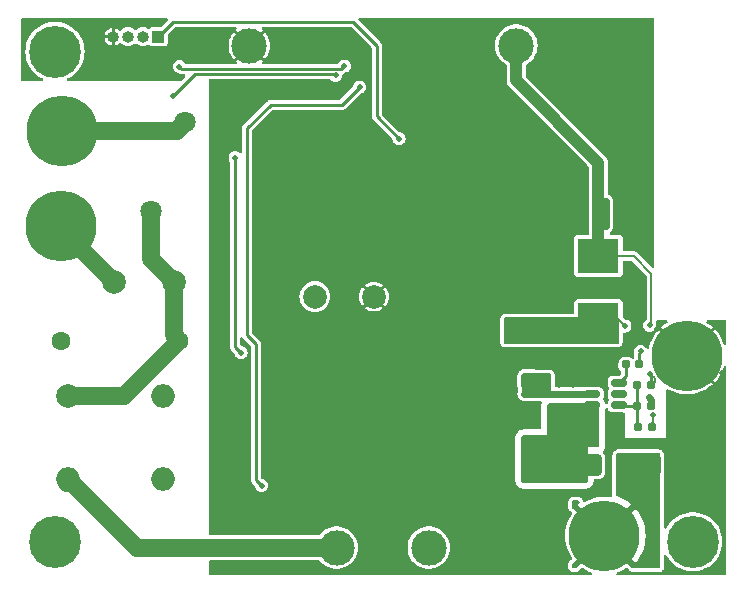
<source format=gbr>
%TF.GenerationSoftware,KiCad,Pcbnew,7.0.6*%
%TF.CreationDate,2023-10-13T10:01:51+08:00*%
%TF.ProjectId,86_BOX_PANEL,38365f42-4f58-45f5-9041-4e454c2e6b69,rev?*%
%TF.SameCoordinates,Original*%
%TF.FileFunction,Copper,L1,Top*%
%TF.FilePolarity,Positive*%
%FSLAX46Y46*%
G04 Gerber Fmt 4.6, Leading zero omitted, Abs format (unit mm)*
G04 Created by KiCad (PCBNEW 7.0.6) date 2023-10-13 10:01:51*
%MOMM*%
%LPD*%
G01*
G04 APERTURE LIST*
G04 Aperture macros list*
%AMRoundRect*
0 Rectangle with rounded corners*
0 $1 Rounding radius*
0 $2 $3 $4 $5 $6 $7 $8 $9 X,Y pos of 4 corners*
0 Add a 4 corners polygon primitive as box body*
4,1,4,$2,$3,$4,$5,$6,$7,$8,$9,$2,$3,0*
0 Add four circle primitives for the rounded corners*
1,1,$1+$1,$2,$3*
1,1,$1+$1,$4,$5*
1,1,$1+$1,$6,$7*
1,1,$1+$1,$8,$9*
0 Add four rect primitives between the rounded corners*
20,1,$1+$1,$2,$3,$4,$5,0*
20,1,$1+$1,$4,$5,$6,$7,0*
20,1,$1+$1,$6,$7,$8,$9,0*
20,1,$1+$1,$8,$9,$2,$3,0*%
G04 Aperture macros list end*
%TA.AperFunction,SMDPad,CuDef*%
%ADD10RoundRect,0.155000X-0.212500X-0.155000X0.212500X-0.155000X0.212500X0.155000X-0.212500X0.155000X0*%
%TD*%
%TA.AperFunction,ComponentPad*%
%ADD11C,1.600000*%
%TD*%
%TA.AperFunction,SMDPad,CuDef*%
%ADD12RoundRect,0.160000X-0.197500X-0.160000X0.197500X-0.160000X0.197500X0.160000X-0.197500X0.160000X0*%
%TD*%
%TA.AperFunction,ComponentPad*%
%ADD13C,6.000000*%
%TD*%
%TA.AperFunction,SMDPad,CuDef*%
%ADD14RoundRect,0.250000X-1.500000X-0.650000X1.500000X-0.650000X1.500000X0.650000X-1.500000X0.650000X0*%
%TD*%
%TA.AperFunction,ComponentPad*%
%ADD15C,0.700000*%
%TD*%
%TA.AperFunction,ComponentPad*%
%ADD16C,4.400000*%
%TD*%
%TA.AperFunction,SMDPad,CuDef*%
%ADD17RoundRect,0.250000X-0.412500X-1.100000X0.412500X-1.100000X0.412500X1.100000X-0.412500X1.100000X0*%
%TD*%
%TA.AperFunction,SMDPad,CuDef*%
%ADD18RoundRect,0.155000X0.212500X0.155000X-0.212500X0.155000X-0.212500X-0.155000X0.212500X-0.155000X0*%
%TD*%
%TA.AperFunction,SMDPad,CuDef*%
%ADD19R,3.500000X2.950000*%
%TD*%
%TA.AperFunction,SMDPad,CuDef*%
%ADD20RoundRect,0.160000X0.197500X0.160000X-0.197500X0.160000X-0.197500X-0.160000X0.197500X-0.160000X0*%
%TD*%
%TA.AperFunction,SMDPad,CuDef*%
%ADD21RoundRect,0.250000X-0.250000X-0.475000X0.250000X-0.475000X0.250000X0.475000X-0.250000X0.475000X0*%
%TD*%
%TA.AperFunction,ComponentPad*%
%ADD22C,2.000000*%
%TD*%
%TA.AperFunction,ComponentPad*%
%ADD23O,2.000000X2.000000*%
%TD*%
%TA.AperFunction,ComponentPad*%
%ADD24C,1.800000*%
%TD*%
%TA.AperFunction,SMDPad,CuDef*%
%ADD25RoundRect,0.150000X-0.512500X-0.150000X0.512500X-0.150000X0.512500X0.150000X-0.512500X0.150000X0*%
%TD*%
%TA.AperFunction,ComponentPad*%
%ADD26C,3.000000*%
%TD*%
%TA.AperFunction,ComponentPad*%
%ADD27R,1.000000X1.000000*%
%TD*%
%TA.AperFunction,ComponentPad*%
%ADD28O,1.000000X1.000000*%
%TD*%
%TA.AperFunction,ViaPad*%
%ADD29C,0.500000*%
%TD*%
%TA.AperFunction,ViaPad*%
%ADD30C,0.800000*%
%TD*%
%TA.AperFunction,Conductor*%
%ADD31C,0.250000*%
%TD*%
%TA.AperFunction,Conductor*%
%ADD32C,0.200000*%
%TD*%
%TA.AperFunction,Conductor*%
%ADD33C,1.000000*%
%TD*%
%TA.AperFunction,Conductor*%
%ADD34C,0.600000*%
%TD*%
%TA.AperFunction,Conductor*%
%ADD35C,1.500000*%
%TD*%
G04 APERTURE END LIST*
D10*
%TO.P,Cbst1,1*%
%TO.N,Net-(U4-BOOT)*%
X151356500Y-90620000D03*
%TO.P,Cbst1,2*%
%TO.N,Net-(U4-SW)*%
X152491500Y-90620000D03*
%TD*%
D11*
%TO.P,C5,1*%
%TO.N,Net-(C5-Pad1)*%
X113510000Y-88630000D03*
%TO.P,C5,2*%
%TO.N,Net-(J3-Pin_1)*%
X103510000Y-88630000D03*
%TD*%
D12*
%TO.P,RfBT1,1*%
%TO.N,Net-(U4-FB)*%
X152315000Y-92380000D03*
%TO.P,RfBT1,2*%
%TO.N,5V*%
X153510000Y-92380000D03*
%TD*%
D13*
%TO.P,J6,1,Pin_1*%
%TO.N,GND*%
X156510000Y-89880000D03*
%TD*%
D14*
%TO.P,D1,1,K*%
%TO.N,Net-(D1-K)*%
X147510000Y-99130000D03*
%TO.P,D1,2,A*%
%TO.N,Net-(D1-A)*%
X152510000Y-99130000D03*
%TD*%
D15*
%TO.P,H4,1*%
%TO.N,N/C*%
X101360000Y-64130000D03*
X101843274Y-62963274D03*
X101843274Y-65296726D03*
X103010000Y-62480000D03*
D16*
X103010000Y-64130000D03*
D15*
X103010000Y-65780000D03*
X104176726Y-62963274D03*
X104176726Y-65296726D03*
X104660000Y-64130000D03*
%TD*%
D17*
%TO.P,Cout1,1*%
%TO.N,5V*%
X149297500Y-77880000D03*
%TO.P,Cout1,2*%
%TO.N,GND*%
X152422500Y-77880000D03*
%TD*%
D18*
%TO.P,Cff1,1*%
%TO.N,5V*%
X153527500Y-95880000D03*
%TO.P,Cff1,2*%
%TO.N,Net-(U4-FB)*%
X152392500Y-95880000D03*
%TD*%
D15*
%TO.P,H1,1*%
%TO.N,N/C*%
X101360000Y-105630000D03*
X101843274Y-104463274D03*
X101843274Y-106796726D03*
X103010000Y-103980000D03*
D16*
X103010000Y-105630000D03*
D15*
X103010000Y-107280000D03*
X104176726Y-104463274D03*
X104176726Y-106796726D03*
X104660000Y-105630000D03*
%TD*%
D19*
%TO.P,L1,1,1*%
%TO.N,Net-(U4-SW)*%
X149010000Y-86880000D03*
%TO.P,L1,2,2*%
%TO.N,5V*%
X149010000Y-81430000D03*
%TD*%
D13*
%TO.P,J3,1,Pin_1*%
%TO.N,Net-(J3-Pin_1)*%
X103564000Y-70880000D03*
%TD*%
%TO.P,J2,1,Pin_1*%
%TO.N,Net-(J2-Pin_1)*%
X103500000Y-78880000D03*
%TD*%
D20*
%TO.P,Rfbb1,1*%
%TO.N,GND*%
X153510000Y-94130000D03*
%TO.P,Rfbb1,2*%
%TO.N,Net-(U4-FB)*%
X152315000Y-94130000D03*
%TD*%
D21*
%TO.P,C6,1*%
%TO.N,Net-(D1-K)*%
X148330000Y-96090000D03*
%TO.P,C6,2*%
%TO.N,GND*%
X150230000Y-96090000D03*
%TD*%
D22*
%TO.P,FL1,1,1*%
%TO.N,Net-(C5-Pad1)*%
X104144000Y-93330000D03*
D23*
%TO.P,FL1,2,2*%
%TO.N,Net-(U1-AC1)*%
X104144000Y-100330000D03*
%TO.P,FL1,3,3*%
%TO.N,Net-(U1-AC2)*%
X112144000Y-100330000D03*
%TO.P,FL1,4,4*%
%TO.N,Net-(J3-Pin_1)*%
X112144000Y-93330000D03*
%TD*%
D15*
%TO.P,H2,1*%
%TO.N,N/C*%
X155360000Y-105630000D03*
X155843274Y-104463274D03*
X155843274Y-106796726D03*
X157010000Y-103980000D03*
D16*
X157010000Y-105630000D03*
D15*
X157010000Y-107280000D03*
X158176726Y-104463274D03*
X158176726Y-106796726D03*
X158660000Y-105630000D03*
%TD*%
D24*
%TO.P,RV1,1*%
%TO.N,Net-(C5-Pad1)*%
X111100000Y-77637500D03*
%TO.P,RV1,2*%
%TO.N,Net-(J3-Pin_1)*%
X114000000Y-70137500D03*
%TD*%
D13*
%TO.P,J5,1,Pin_1*%
%TO.N,Net-(D1-A)*%
X149510000Y-105130000D03*
%TD*%
D22*
%TO.P,F1,1*%
%TO.N,Net-(J2-Pin_1)*%
X107970000Y-83630000D03*
%TO.P,F1,2*%
%TO.N,Net-(C5-Pad1)*%
X113050000Y-83640000D03*
%TD*%
D25*
%TO.P,U4,1,GND*%
%TO.N,GND*%
X148510000Y-92180000D03*
%TO.P,U4,2,SW*%
%TO.N,Net-(U4-SW)*%
X148510000Y-93130000D03*
%TO.P,U4,3,VIN*%
%TO.N,Net-(D1-K)*%
X148510000Y-94080000D03*
%TO.P,U4,4,FB*%
%TO.N,Net-(U4-FB)*%
X150785000Y-94080000D03*
%TO.P,U4,5,EN*%
%TO.N,unconnected-(U4-EN-Pad5)*%
X150785000Y-93130000D03*
%TO.P,U4,6,BOOT*%
%TO.N,Net-(U4-BOOT)*%
X150785000Y-92180000D03*
%TD*%
D26*
%TO.P,U1,1,AC1*%
%TO.N,Net-(U1-AC1)*%
X126860000Y-106130000D03*
%TO.P,U1,2,AC2*%
%TO.N,Net-(U1-AC2)*%
X134660000Y-106130000D03*
%TO.P,U1,3,VO+*%
%TO.N,5V*%
X142060000Y-63630000D03*
%TO.P,U1,4,VO-*%
%TO.N,GND*%
X119460000Y-63630000D03*
%TD*%
D22*
%TO.P,J1,1,Pin_1*%
%TO.N,5V_OUT*%
X125010000Y-84880000D03*
%TD*%
%TO.P,J4,1,Pin_1*%
%TO.N,GND*%
X130010000Y-84880000D03*
%TD*%
D27*
%TO.P,J7,1,Pin_1*%
%TO.N,3V3*%
X111760000Y-62880000D03*
D28*
%TO.P,J7,2,Pin_2*%
%TO.N,/TXD0*%
X110490000Y-62880000D03*
%TO.P,J7,3,Pin_3*%
%TO.N,/RXD0*%
X109220000Y-62880000D03*
%TO.P,J7,4,Pin_4*%
%TO.N,GND*%
X107950000Y-62880000D03*
%TD*%
D29*
%TO.N,5V*%
X153344000Y-87300000D03*
X153620000Y-94940000D03*
X153401225Y-91402775D03*
%TO.N,GND*%
X125510000Y-76880000D03*
X159284000Y-94080000D03*
X125510000Y-92130000D03*
X144760000Y-90380000D03*
X141010000Y-76380000D03*
X143760000Y-90380000D03*
X150510000Y-89380000D03*
D30*
X143552000Y-78196000D03*
D29*
X138010000Y-100880000D03*
X152604000Y-85770000D03*
X140510000Y-89380000D03*
X148760000Y-71380000D03*
X149760000Y-61880000D03*
X152010000Y-88880000D03*
X159464000Y-87560000D03*
X149260000Y-62880000D03*
D30*
X143552000Y-75148000D03*
D29*
X144760000Y-89380000D03*
X151510000Y-89630000D03*
X123010000Y-91380000D03*
D30*
X143552000Y-76672000D03*
D29*
X121760000Y-93130000D03*
X148260000Y-89380000D03*
D30*
X145050000Y-78204000D03*
D29*
X140510000Y-90380000D03*
X129010000Y-69880000D03*
X153260000Y-63130000D03*
X150510000Y-90380000D03*
X125760000Y-69630000D03*
X159510000Y-91380000D03*
X145740000Y-91310000D03*
D30*
X145050000Y-76680000D03*
D29*
X149510000Y-89380000D03*
X152794000Y-65140000D03*
X122510000Y-62630000D03*
D30*
X146600000Y-76672000D03*
D29*
X136510000Y-98380000D03*
X137260000Y-64630000D03*
X138510000Y-103380000D03*
X147010000Y-90380000D03*
D30*
X146600000Y-75148000D03*
D29*
X145760000Y-89380000D03*
X151510000Y-71380000D03*
X144260000Y-71630000D03*
X133010000Y-100130000D03*
X146900000Y-91330000D03*
D30*
X146600000Y-78196000D03*
D29*
X149510000Y-90380000D03*
X148260000Y-90380000D03*
X138010000Y-94630000D03*
X146870000Y-92380000D03*
X135510000Y-97130000D03*
D30*
X145050000Y-75156000D03*
D29*
X154010000Y-87630000D03*
X145760000Y-90380000D03*
X117010000Y-64380000D03*
X147010000Y-89380000D03*
X143760000Y-89380000D03*
X125084000Y-102250000D03*
X156760000Y-97630000D03*
X128760000Y-80630000D03*
X151260000Y-88880000D03*
X145700000Y-92390000D03*
X152044000Y-65390000D03*
X137260000Y-80880000D03*
X127010000Y-99130000D03*
X125510000Y-72630000D03*
X153260000Y-93380000D03*
%TO.N,/IO0*%
X128794000Y-67140000D03*
X120510000Y-100880000D03*
%TO.N,Net-(ESP1-RXD0)*%
X113010000Y-67880000D03*
X126760000Y-66155000D03*
%TO.N,Net-(ESP1-TXD0)*%
X127510000Y-65355500D03*
X113535000Y-65405000D03*
%TO.N,3V3*%
X132135000Y-71505000D03*
%TO.N,/CHARGER_EN*%
X118760000Y-89630000D03*
X118260000Y-73130000D03*
%TO.N,Net-(U4-SW)*%
X144260000Y-92380000D03*
X143510000Y-92380000D03*
X143760000Y-87380000D03*
X143010000Y-87380000D03*
X142760000Y-91630000D03*
X143510000Y-93130000D03*
X143010000Y-88130000D03*
X144260000Y-91630000D03*
X142260000Y-87380000D03*
X141510000Y-87380000D03*
X141510000Y-88130000D03*
X144260000Y-93130000D03*
X142760000Y-93130000D03*
X151260000Y-87380000D03*
X143760000Y-88130000D03*
X143510000Y-91630000D03*
X152604000Y-89510000D03*
X142260000Y-88130000D03*
X142760000Y-92380000D03*
%TD*%
D31*
%TO.N,5V*%
X153510000Y-92380000D02*
X153510000Y-91511550D01*
D32*
X153620000Y-95490000D02*
X153480000Y-95630000D01*
X153401225Y-91402775D02*
X153770000Y-91771550D01*
D33*
X149010000Y-73530000D02*
X142060000Y-66580000D01*
D32*
X153344000Y-87300000D02*
X153510000Y-87134000D01*
D31*
X153510000Y-91511550D02*
X153401225Y-91402775D01*
D32*
X153620000Y-94940000D02*
X153620000Y-95490000D01*
X153510000Y-87134000D02*
X153510000Y-82950000D01*
X153770000Y-91771550D02*
X153770000Y-92120000D01*
D33*
X149010000Y-81430000D02*
X149010000Y-73530000D01*
D32*
X153510000Y-82950000D02*
X151990000Y-81430000D01*
D33*
X142060000Y-66580000D02*
X142060000Y-63630000D01*
D32*
X151990000Y-81430000D02*
X149010000Y-81430000D01*
D34*
%TO.N,GND*%
X153510000Y-93630000D02*
X153260000Y-93380000D01*
X153510000Y-94130000D02*
X153510000Y-93630000D01*
D31*
%TO.N,/IO0*%
X119260000Y-88130000D02*
X119260000Y-70630000D01*
X119260000Y-70630000D02*
X121260000Y-68630000D01*
X121260000Y-68630000D02*
X127304000Y-68630000D01*
X120010000Y-100380000D02*
X120010000Y-88880000D01*
X120510000Y-100880000D02*
X120010000Y-100380000D01*
X127304000Y-68630000D02*
X128794000Y-67140000D01*
X120010000Y-88880000D02*
X119260000Y-88130000D01*
%TO.N,Net-(ESP1-RXD0)*%
X126635000Y-66030000D02*
X126760000Y-66155000D01*
X113010000Y-67880000D02*
X114860000Y-66030000D01*
X114860000Y-66030000D02*
X126635000Y-66030000D01*
%TO.N,Net-(ESP1-TXD0)*%
X113535000Y-65405000D02*
X113760000Y-65630000D01*
X113760000Y-65630000D02*
X127235500Y-65630000D01*
X127235500Y-65630000D02*
X127510000Y-65355500D01*
%TO.N,3V3*%
X130260000Y-69630000D02*
X132135000Y-71505000D01*
X130260000Y-63630000D02*
X130260000Y-69630000D01*
X128260000Y-61630000D02*
X130260000Y-63630000D01*
X113010000Y-61630000D02*
X128260000Y-61630000D01*
X111760000Y-62880000D02*
X113010000Y-61630000D01*
D35*
%TO.N,Net-(C5-Pad1)*%
X111100000Y-77637500D02*
X111100000Y-81690000D01*
X108810000Y-93330000D02*
X113510000Y-88630000D01*
X111100000Y-81690000D02*
X113050000Y-83640000D01*
X113050000Y-88170000D02*
X113510000Y-88630000D01*
X113050000Y-83640000D02*
X113050000Y-88170000D01*
X104144000Y-93330000D02*
X108810000Y-93330000D01*
%TO.N,Net-(U1-AC1)*%
X104010000Y-100630000D02*
X104004000Y-100630000D01*
X126860000Y-106130000D02*
X109944000Y-106130000D01*
X109944000Y-106130000D02*
X104144000Y-100330000D01*
D31*
%TO.N,/CHARGER_EN*%
X118260000Y-89130000D02*
X118760000Y-89630000D01*
X118260000Y-73130000D02*
X118260000Y-89130000D01*
D35*
%TO.N,Net-(J3-Pin_1)*%
X113307500Y-70830000D02*
X114000000Y-70137500D01*
X103500000Y-70830000D02*
X113307500Y-70830000D01*
%TO.N,Net-(J2-Pin_1)*%
X103500000Y-78880000D02*
X103500000Y-79160000D01*
X103500000Y-79160000D02*
X107970000Y-83630000D01*
%TO.N,Net-(D1-K)*%
X147210000Y-99130000D02*
X145510000Y-99130000D01*
D31*
%TO.N,Net-(U4-FB)*%
X152315000Y-94130000D02*
X150585000Y-94130000D01*
X152315000Y-92380000D02*
X152315000Y-95600000D01*
X152315000Y-95600000D02*
X152345000Y-95630000D01*
%TO.N,Net-(U4-BOOT)*%
X151356500Y-91608500D02*
X150785000Y-92180000D01*
X151356500Y-90620000D02*
X151356500Y-91608500D01*
%TO.N,Net-(U4-SW)*%
X152491500Y-89622500D02*
X152491500Y-90620000D01*
D32*
X150760000Y-86880000D02*
X151260000Y-87380000D01*
D34*
X142760000Y-92380000D02*
X142760000Y-91630000D01*
X143510000Y-91630000D02*
X142760000Y-91630000D01*
X143510000Y-92380000D02*
X143510000Y-93130000D01*
X143510000Y-91630000D02*
X143510000Y-92380000D01*
X142760000Y-92380000D02*
X143510000Y-92380000D01*
X146510000Y-93130000D02*
X146010000Y-93130000D01*
X146010000Y-93130000D02*
X145510000Y-93130000D01*
X142760000Y-93130000D02*
X143510000Y-92380000D01*
X145510000Y-93130000D02*
X142760000Y-93130000D01*
D31*
X152604000Y-89510000D02*
X152491500Y-89622500D01*
D34*
X148260000Y-93130000D02*
X146510000Y-93130000D01*
D32*
X149010000Y-86880000D02*
X150760000Y-86880000D01*
D34*
X143510000Y-93130000D02*
X143907500Y-93130000D01*
%TD*%
%TA.AperFunction,Conductor*%
%TO.N,Net-(U4-SW)*%
G36*
X144953039Y-91399685D02*
G01*
X144998794Y-91452489D01*
X145010000Y-91504000D01*
X145010000Y-93256000D01*
X144990315Y-93323039D01*
X144937511Y-93368794D01*
X144886000Y-93380000D01*
X142634000Y-93380000D01*
X142566961Y-93360315D01*
X142521206Y-93307511D01*
X142510000Y-93256000D01*
X142510000Y-91504000D01*
X142529685Y-91436961D01*
X142582489Y-91391206D01*
X142634000Y-91380000D01*
X144886000Y-91380000D01*
X144953039Y-91399685D01*
G37*
%TD.AperFunction*%
%TD*%
%TA.AperFunction,Conductor*%
%TO.N,Net-(D1-K)*%
G36*
X149040539Y-93950185D02*
G01*
X149086294Y-94002989D01*
X149097500Y-94054500D01*
X149097500Y-97506000D01*
X149077815Y-97573039D01*
X149025011Y-97618794D01*
X148973500Y-97630000D01*
X148097500Y-97630000D01*
X148097500Y-100506000D01*
X148077815Y-100573039D01*
X148025011Y-100618794D01*
X147973500Y-100630000D01*
X142621500Y-100630000D01*
X142554461Y-100610315D01*
X142508706Y-100557511D01*
X142497500Y-100506000D01*
X142497500Y-96754000D01*
X142517185Y-96686961D01*
X142569989Y-96641206D01*
X142621500Y-96630000D01*
X144697500Y-96630000D01*
X144697500Y-94054500D01*
X144717185Y-93987461D01*
X144769989Y-93941706D01*
X144821500Y-93930500D01*
X148973500Y-93930500D01*
X149040539Y-93950185D01*
G37*
%TD.AperFunction*%
%TD*%
%TA.AperFunction,Conductor*%
%TO.N,Net-(D1-A)*%
G36*
X148013582Y-106426654D02*
G01*
X148213346Y-106626418D01*
X148301295Y-106692256D01*
X147206509Y-107787043D01*
X147199276Y-107817489D01*
X147148939Y-107865945D01*
X147091596Y-107880000D01*
X146884000Y-107880000D01*
X146816961Y-107860315D01*
X146771206Y-107807511D01*
X146760000Y-107756000D01*
X146760000Y-107548402D01*
X146779685Y-107481363D01*
X146832489Y-107435608D01*
X146855148Y-107431296D01*
X147947742Y-106338702D01*
X148013582Y-106426654D01*
G37*
%TD.AperFunction*%
%TA.AperFunction,Conductor*%
G36*
X154203039Y-98149685D02*
G01*
X154248794Y-98202489D01*
X154260000Y-98254000D01*
X154260000Y-107756000D01*
X154240315Y-107823039D01*
X154187511Y-107868794D01*
X154136000Y-107880000D01*
X151928403Y-107880000D01*
X151861364Y-107860315D01*
X151815609Y-107807511D01*
X151811297Y-107784851D01*
X150718703Y-106692256D01*
X150806654Y-106626418D01*
X151006418Y-106426654D01*
X151072256Y-106338703D01*
X152156701Y-107423148D01*
X152156702Y-107423148D01*
X152345450Y-107190065D01*
X152545245Y-106882406D01*
X152711795Y-106555535D01*
X152843263Y-106213051D01*
X152938215Y-105858686D01*
X152938215Y-105858684D01*
X152995602Y-105496353D01*
X153014803Y-105130000D01*
X153014803Y-105129999D01*
X152995602Y-104763646D01*
X152938215Y-104401315D01*
X152938215Y-104401313D01*
X152843263Y-104046948D01*
X152711795Y-103704464D01*
X152545245Y-103377594D01*
X152345450Y-103069935D01*
X152156701Y-102836851D01*
X151072256Y-103921295D01*
X151006418Y-103833346D01*
X150806654Y-103633582D01*
X150718703Y-103567742D01*
X151803148Y-102483297D01*
X151570064Y-102294549D01*
X151262406Y-102094754D01*
X150935535Y-101928204D01*
X150590012Y-101795570D01*
X150590559Y-101794142D01*
X150537883Y-101758001D01*
X150510786Y-101693599D01*
X150510000Y-101679659D01*
X150510000Y-98254000D01*
X150529685Y-98186961D01*
X150582489Y-98141206D01*
X150634000Y-98130000D01*
X154136000Y-98130000D01*
X154203039Y-98149685D01*
G37*
%TD.AperFunction*%
%TA.AperFunction,Conductor*%
G36*
X147370010Y-102149685D02*
G01*
X147415765Y-102202489D01*
X147425709Y-102271647D01*
X147396684Y-102335203D01*
X147381007Y-102350366D01*
X147216851Y-102483297D01*
X148301296Y-103567742D01*
X148213346Y-103633582D01*
X148013582Y-103833346D01*
X147947743Y-103921296D01*
X146852954Y-102826508D01*
X146822511Y-102819276D01*
X146774056Y-102768939D01*
X146760000Y-102711596D01*
X146760000Y-102254000D01*
X146779685Y-102186961D01*
X146832489Y-102141206D01*
X146884000Y-102130000D01*
X147302971Y-102130000D01*
X147370010Y-102149685D01*
G37*
%TD.AperFunction*%
%TD*%
%TA.AperFunction,Conductor*%
%TO.N,Net-(U4-SW)*%
G36*
X150703039Y-86649685D02*
G01*
X150748794Y-86702489D01*
X150760000Y-86754000D01*
X150760000Y-88756000D01*
X150740315Y-88823039D01*
X150687511Y-88868794D01*
X150636000Y-88880000D01*
X141134000Y-88880000D01*
X141066961Y-88860315D01*
X141021206Y-88807511D01*
X141010000Y-88756000D01*
X141010000Y-86754000D01*
X141029685Y-86686961D01*
X141082489Y-86641206D01*
X141134000Y-86630000D01*
X150636000Y-86630000D01*
X150703039Y-86649685D01*
G37*
%TD.AperFunction*%
%TD*%
%TA.AperFunction,Conductor*%
%TO.N,GND*%
G36*
X153703039Y-61300185D02*
G01*
X153748794Y-61352989D01*
X153760000Y-61404500D01*
X153760000Y-82334244D01*
X153740315Y-82401283D01*
X153687511Y-82447038D01*
X153618353Y-82456982D01*
X153554797Y-82427957D01*
X153548319Y-82421925D01*
X152249287Y-81122893D01*
X152249256Y-81122864D01*
X152228342Y-81101950D01*
X152228341Y-81101949D01*
X152208600Y-81091890D01*
X152192014Y-81081726D01*
X152174090Y-81068704D01*
X152174091Y-81068704D01*
X152153018Y-81061857D01*
X152135045Y-81054412D01*
X152115307Y-81044355D01*
X152115304Y-81044354D01*
X152093418Y-81040887D01*
X152074507Y-81036346D01*
X152053439Y-81029501D01*
X152053434Y-81029500D01*
X152053433Y-81029500D01*
X152053429Y-81029500D01*
X151184499Y-81029500D01*
X151117460Y-81009815D01*
X151071705Y-80957011D01*
X151060499Y-80905500D01*
X151060499Y-79910143D01*
X151060499Y-79910136D01*
X151060497Y-79910117D01*
X151057586Y-79885012D01*
X151057585Y-79885010D01*
X151057585Y-79885009D01*
X151012206Y-79782235D01*
X150932765Y-79702794D01*
X150932763Y-79702793D01*
X150829992Y-79657415D01*
X150804868Y-79654500D01*
X150804865Y-79654500D01*
X150100343Y-79654500D01*
X150033304Y-79634815D01*
X149987549Y-79582011D01*
X149977605Y-79512853D01*
X150006630Y-79449297D01*
X150025417Y-79431696D01*
X150102922Y-79372922D01*
X150194361Y-79252342D01*
X150249877Y-79111564D01*
X150260500Y-79023102D01*
X150260500Y-76736898D01*
X150249877Y-76648436D01*
X150194361Y-76507658D01*
X150194360Y-76507657D01*
X150194360Y-76507656D01*
X150102922Y-76387077D01*
X149982341Y-76295638D01*
X149889009Y-76258832D01*
X149833866Y-76215926D01*
X149810673Y-76150018D01*
X149810500Y-76143478D01*
X149810500Y-73439807D01*
X149810500Y-73439806D01*
X149801207Y-73399093D01*
X149800042Y-73392233D01*
X149795368Y-73350745D01*
X149795367Y-73350742D01*
X149781576Y-73311328D01*
X149779650Y-73304641D01*
X149770361Y-73263941D01*
X149752244Y-73226320D01*
X149749581Y-73219891D01*
X149735789Y-73180477D01*
X149724577Y-73162635D01*
X149713567Y-73145112D01*
X149710206Y-73139030D01*
X149692091Y-73101412D01*
X149692090Y-73101411D01*
X149666055Y-73068765D01*
X149662028Y-73063089D01*
X149639816Y-73027738D01*
X149512262Y-72900184D01*
X142896819Y-66284740D01*
X142863334Y-66223417D01*
X142860500Y-66197059D01*
X142860500Y-65320817D01*
X142880185Y-65253778D01*
X142930699Y-65209097D01*
X142962775Y-65193651D01*
X143185741Y-65041635D01*
X143383561Y-64858085D01*
X143551815Y-64647102D01*
X143686743Y-64413398D01*
X143785334Y-64162195D01*
X143845383Y-63899103D01*
X143865549Y-63630000D01*
X143863039Y-63596512D01*
X143845383Y-63360898D01*
X143843027Y-63350575D01*
X143785334Y-63097805D01*
X143686743Y-62846602D01*
X143551815Y-62612898D01*
X143383561Y-62401915D01*
X143383560Y-62401914D01*
X143383557Y-62401910D01*
X143185741Y-62218365D01*
X143185741Y-62218364D01*
X142962775Y-62066349D01*
X142962769Y-62066346D01*
X142962768Y-62066345D01*
X142962767Y-62066344D01*
X142719643Y-61949263D01*
X142719645Y-61949263D01*
X142461773Y-61869720D01*
X142461767Y-61869718D01*
X142194936Y-61829500D01*
X142194929Y-61829500D01*
X141925071Y-61829500D01*
X141925063Y-61829500D01*
X141658232Y-61869718D01*
X141658226Y-61869720D01*
X141400358Y-61949262D01*
X141157230Y-62066346D01*
X140934258Y-62218365D01*
X140736442Y-62401910D01*
X140568185Y-62612898D01*
X140433258Y-62846599D01*
X140433256Y-62846603D01*
X140334666Y-63097804D01*
X140334664Y-63097811D01*
X140274616Y-63360898D01*
X140254451Y-63629995D01*
X140254451Y-63630004D01*
X140274616Y-63899101D01*
X140334664Y-64162188D01*
X140334666Y-64162195D01*
X140427998Y-64400000D01*
X140433257Y-64413398D01*
X140568185Y-64647102D01*
X140671711Y-64776919D01*
X140736442Y-64858089D01*
X140923183Y-65031358D01*
X140934259Y-65041635D01*
X141157226Y-65193651D01*
X141189302Y-65209097D01*
X141241161Y-65255918D01*
X141259500Y-65320817D01*
X141259500Y-66670191D01*
X141259501Y-66670200D01*
X141268791Y-66710908D01*
X141269955Y-66717763D01*
X141274632Y-66759259D01*
X141288420Y-66798662D01*
X141290345Y-66805345D01*
X141299639Y-66846061D01*
X141317759Y-66883688D01*
X141320421Y-66890114D01*
X141334212Y-66929525D01*
X141356422Y-66964872D01*
X141359787Y-66970959D01*
X141377910Y-67008589D01*
X141403940Y-67041229D01*
X141407966Y-67046904D01*
X141430182Y-67082259D01*
X141430184Y-67082262D01*
X148173181Y-73825259D01*
X148206666Y-73886582D01*
X148209500Y-73912940D01*
X148209500Y-79530500D01*
X148189815Y-79597539D01*
X148137011Y-79643294D01*
X148085500Y-79654500D01*
X147215143Y-79654500D01*
X147215117Y-79654502D01*
X147190012Y-79657413D01*
X147190008Y-79657415D01*
X147087235Y-79702793D01*
X147007794Y-79782234D01*
X146962415Y-79885006D01*
X146962415Y-79885008D01*
X146959500Y-79910131D01*
X146959500Y-82949856D01*
X146959502Y-82949882D01*
X146962413Y-82974987D01*
X146962415Y-82974991D01*
X147007793Y-83077764D01*
X147007794Y-83077765D01*
X147087235Y-83157206D01*
X147190009Y-83202585D01*
X147215135Y-83205500D01*
X150804864Y-83205499D01*
X150804879Y-83205497D01*
X150804882Y-83205497D01*
X150829987Y-83202586D01*
X150829988Y-83202585D01*
X150829991Y-83202585D01*
X150932765Y-83157206D01*
X151012206Y-83077765D01*
X151057585Y-82974991D01*
X151060500Y-82949865D01*
X151060500Y-81954500D01*
X151080185Y-81887461D01*
X151132989Y-81841706D01*
X151184500Y-81830500D01*
X151772745Y-81830500D01*
X151839784Y-81850185D01*
X151860426Y-81866819D01*
X153073181Y-83079573D01*
X153106666Y-83140896D01*
X153109500Y-83167254D01*
X153109500Y-86724898D01*
X153089815Y-86791937D01*
X153060987Y-86823273D01*
X152951381Y-86907377D01*
X152863137Y-87022377D01*
X152807671Y-87156287D01*
X152807670Y-87156291D01*
X152788750Y-87299999D01*
X152788750Y-87300000D01*
X152807670Y-87443708D01*
X152807671Y-87443712D01*
X152863137Y-87577622D01*
X152863138Y-87577624D01*
X152863139Y-87577625D01*
X152951379Y-87692621D01*
X153066375Y-87780861D01*
X153200291Y-87836330D01*
X153327280Y-87853048D01*
X153343999Y-87855250D01*
X153344000Y-87855250D01*
X153344001Y-87855250D01*
X153358977Y-87853278D01*
X153487709Y-87836330D01*
X153621625Y-87780861D01*
X153736621Y-87692621D01*
X153824861Y-87577625D01*
X153880330Y-87443709D01*
X153899250Y-87300000D01*
X153897035Y-87283176D01*
X153897499Y-87247596D01*
X153899113Y-87237404D01*
X153903655Y-87218494D01*
X153910499Y-87197433D01*
X153910499Y-87168076D01*
X153910500Y-87168051D01*
X153910500Y-87004000D01*
X153930185Y-86936961D01*
X153982989Y-86891206D01*
X154034500Y-86880000D01*
X154745531Y-86880000D01*
X154812570Y-86899685D01*
X154858325Y-86952489D01*
X154868269Y-87021647D01*
X154839244Y-87085203D01*
X154809459Y-87110250D01*
X154683477Y-87186049D01*
X154683460Y-87186061D01*
X154402907Y-87399333D01*
X154402903Y-87399336D01*
X154301843Y-87495065D01*
X154301842Y-87495066D01*
X155201852Y-88395075D01*
X155025075Y-88571852D01*
X154123105Y-87669881D01*
X154123104Y-87669882D01*
X153918900Y-87910291D01*
X153721124Y-88201988D01*
X153556052Y-88513347D01*
X153556043Y-88513365D01*
X153425602Y-88840749D01*
X153425600Y-88840756D01*
X153331325Y-89180306D01*
X153331319Y-89180330D01*
X153325721Y-89214480D01*
X153295449Y-89277452D01*
X153235938Y-89314060D01*
X153166082Y-89312684D01*
X153108060Y-89273758D01*
X153088793Y-89241869D01*
X153087721Y-89239281D01*
X153084861Y-89232375D01*
X152996621Y-89117379D01*
X152881625Y-89029139D01*
X152881624Y-89029138D01*
X152881622Y-89029137D01*
X152747712Y-88973671D01*
X152747710Y-88973670D01*
X152747709Y-88973670D01*
X152675854Y-88964210D01*
X152604001Y-88954750D01*
X152603999Y-88954750D01*
X152460291Y-88973670D01*
X152460287Y-88973671D01*
X152326377Y-89029137D01*
X152211379Y-89117379D01*
X152123137Y-89232377D01*
X152067671Y-89366287D01*
X152067670Y-89366291D01*
X152048750Y-89510000D01*
X152065469Y-89636990D01*
X152066000Y-89645092D01*
X152066000Y-89993481D01*
X152046315Y-90060520D01*
X152015632Y-90093252D01*
X151997631Y-90106537D01*
X151932002Y-90130507D01*
X151863832Y-90115191D01*
X151850365Y-90106536D01*
X151832366Y-90093252D01*
X151784245Y-90057737D01*
X151784243Y-90057736D01*
X151654640Y-90012385D01*
X151623868Y-90009500D01*
X151623864Y-90009500D01*
X151089136Y-90009500D01*
X151089132Y-90009500D01*
X151058360Y-90012385D01*
X151058358Y-90012385D01*
X150928756Y-90057736D01*
X150818275Y-90139275D01*
X150736736Y-90249756D01*
X150691385Y-90379358D01*
X150691385Y-90379360D01*
X150688500Y-90410132D01*
X150688500Y-90829867D01*
X150691385Y-90860639D01*
X150691385Y-90860641D01*
X150736736Y-90990243D01*
X150736737Y-90990245D01*
X150818275Y-91100725D01*
X150880635Y-91146749D01*
X150922884Y-91202394D01*
X150931000Y-91246517D01*
X150931000Y-91380889D01*
X150911315Y-91447928D01*
X150894682Y-91468570D01*
X150820072Y-91543181D01*
X150758749Y-91576666D01*
X150732390Y-91579500D01*
X150218230Y-91579500D01*
X150187800Y-91582353D01*
X150187798Y-91582353D01*
X150059619Y-91627206D01*
X150059617Y-91627207D01*
X149950350Y-91707850D01*
X149869707Y-91817117D01*
X149869706Y-91817119D01*
X149824853Y-91945298D01*
X149824853Y-91945300D01*
X149822000Y-91975730D01*
X149822000Y-92384269D01*
X149824853Y-92414699D01*
X149824853Y-92414701D01*
X149869706Y-92542880D01*
X149869707Y-92542882D01*
X149892629Y-92573941D01*
X149898109Y-92581365D01*
X149922080Y-92646994D01*
X149906765Y-92715165D01*
X149898111Y-92728631D01*
X149869707Y-92767118D01*
X149869706Y-92767119D01*
X149824853Y-92895298D01*
X149824853Y-92895300D01*
X149822000Y-92925730D01*
X149822000Y-93334269D01*
X149824853Y-93364699D01*
X149824853Y-93364701D01*
X149869009Y-93490887D01*
X149869707Y-93492882D01*
X149895885Y-93528353D01*
X149898110Y-93531367D01*
X149922080Y-93596997D01*
X149906764Y-93665167D01*
X149898110Y-93678633D01*
X149869707Y-93717118D01*
X149869706Y-93717119D01*
X149824853Y-93845298D01*
X149824853Y-93845299D01*
X149822425Y-93871192D01*
X149796566Y-93936100D01*
X149739719Y-93976723D01*
X149669934Y-93980164D01*
X149609367Y-93945331D01*
X149582918Y-93898141D01*
X149581290Y-93898683D01*
X149546116Y-93793002D01*
X149546113Y-93792996D01*
X149497349Y-93717119D01*
X149468325Y-93671957D01*
X149450861Y-93651802D01*
X149438373Y-93637390D01*
X149409349Y-93573834D01*
X149419293Y-93504675D01*
X149422459Y-93498242D01*
X149425288Y-93492887D01*
X149425293Y-93492882D01*
X149446302Y-93432841D01*
X149470146Y-93364701D01*
X149470146Y-93364699D01*
X149473000Y-93334269D01*
X149473000Y-92925730D01*
X149470146Y-92895300D01*
X149470146Y-92895298D01*
X149425293Y-92767119D01*
X149425292Y-92767117D01*
X149396888Y-92728631D01*
X149344650Y-92657850D01*
X149235382Y-92577207D01*
X149235380Y-92577206D01*
X149107200Y-92532353D01*
X149076770Y-92529500D01*
X149076766Y-92529500D01*
X148299361Y-92529500D01*
X146549361Y-92529500D01*
X146049361Y-92529500D01*
X145549361Y-92529500D01*
X145439500Y-92529500D01*
X145372461Y-92509815D01*
X145326706Y-92457011D01*
X145315500Y-92405500D01*
X145315500Y-91504009D01*
X145315500Y-91504000D01*
X145308518Y-91439059D01*
X145297312Y-91387549D01*
X145297313Y-91387550D01*
X145286355Y-91349345D01*
X145286354Y-91349344D01*
X145286354Y-91349342D01*
X145229675Y-91252429D01*
X145183920Y-91199625D01*
X145183918Y-91199623D01*
X145183908Y-91199612D01*
X145139192Y-91157451D01*
X145139189Y-91157449D01*
X145139187Y-91157447D01*
X145039111Y-91106561D01*
X145039110Y-91106560D01*
X145039109Y-91106560D01*
X144972078Y-91086877D01*
X144972072Y-91086876D01*
X144886000Y-91074500D01*
X144885997Y-91074500D01*
X143762752Y-91074500D01*
X143715299Y-91065061D01*
X143666762Y-91044956D01*
X143666760Y-91044955D01*
X143640351Y-91041479D01*
X143510001Y-91024318D01*
X143510000Y-91024318D01*
X143474670Y-91028969D01*
X143466572Y-91029500D01*
X142803428Y-91029500D01*
X142795329Y-91028969D01*
X142760000Y-91024318D01*
X142759999Y-91024318D01*
X142629649Y-91041479D01*
X142603239Y-91044955D01*
X142603237Y-91044956D01*
X142457158Y-91105464D01*
X142399109Y-91150005D01*
X142392667Y-91154336D01*
X142382435Y-91160321D01*
X142382426Y-91160327D01*
X142358796Y-91180801D01*
X142355941Y-91183130D01*
X142331718Y-91201717D01*
X142324808Y-91210722D01*
X142320730Y-91215511D01*
X142287446Y-91250812D01*
X142279667Y-91266110D01*
X142267518Y-91285383D01*
X142235463Y-91327160D01*
X142174956Y-91473237D01*
X142174955Y-91473239D01*
X142154318Y-91629998D01*
X142154318Y-91630000D01*
X142158969Y-91665326D01*
X142159500Y-91673427D01*
X142159500Y-92336571D01*
X142158969Y-92344669D01*
X142154318Y-92380000D01*
X142158886Y-92414701D01*
X142159500Y-92419360D01*
X142174955Y-92536760D01*
X142174956Y-92536762D01*
X142195061Y-92585299D01*
X142204500Y-92632752D01*
X142204500Y-92877247D01*
X142195061Y-92924699D01*
X142174957Y-92973234D01*
X142174955Y-92973239D01*
X142154318Y-93129998D01*
X142154318Y-93130000D01*
X142174955Y-93286760D01*
X142174956Y-93286762D01*
X142235464Y-93432842D01*
X142280003Y-93490887D01*
X142284336Y-93497332D01*
X142290325Y-93507571D01*
X142290330Y-93507577D01*
X142290331Y-93507578D01*
X142310793Y-93531193D01*
X142313124Y-93534051D01*
X142331715Y-93558279D01*
X142331716Y-93558280D01*
X142331718Y-93558282D01*
X142340724Y-93565193D01*
X142345512Y-93569268D01*
X142380813Y-93602553D01*
X142396105Y-93610328D01*
X142415388Y-93622484D01*
X142457157Y-93654535D01*
X142457158Y-93654535D01*
X142457159Y-93654536D01*
X142603238Y-93715044D01*
X142681619Y-93725363D01*
X142759999Y-93735682D01*
X142760000Y-93735682D01*
X142795329Y-93731030D01*
X142803428Y-93730500D01*
X143466572Y-93730500D01*
X143474670Y-93731030D01*
X143510000Y-93735682D01*
X143545329Y-93731030D01*
X143553428Y-93730500D01*
X143946861Y-93730500D01*
X144100149Y-93730500D01*
X144167188Y-93750185D01*
X144212943Y-93802989D01*
X144222887Y-93872147D01*
X144219126Y-93889437D01*
X144212478Y-93912075D01*
X144212476Y-93912080D01*
X144192000Y-94054501D01*
X144192000Y-96000500D01*
X144172315Y-96067539D01*
X144119511Y-96113294D01*
X144068000Y-96124500D01*
X142621500Y-96124500D01*
X142621491Y-96124500D01*
X142621490Y-96124501D01*
X142514049Y-96136052D01*
X142514037Y-96136054D01*
X142462527Y-96147260D01*
X142360002Y-96181383D01*
X142359996Y-96181386D01*
X142238962Y-96259171D01*
X142238951Y-96259179D01*
X142186159Y-96304923D01*
X142091933Y-96413664D01*
X142091930Y-96413668D01*
X142032164Y-96544534D01*
X142012478Y-96611575D01*
X142012476Y-96611580D01*
X141996095Y-96725516D01*
X141992000Y-96754000D01*
X141992000Y-100506000D01*
X141992001Y-100506009D01*
X142003552Y-100613450D01*
X142003554Y-100613462D01*
X142014760Y-100664972D01*
X142048883Y-100767497D01*
X142048886Y-100767503D01*
X142126671Y-100888537D01*
X142126679Y-100888548D01*
X142172423Y-100941340D01*
X142172426Y-100941343D01*
X142172430Y-100941347D01*
X142281164Y-101035567D01*
X142281167Y-101035568D01*
X142281168Y-101035569D01*
X142375425Y-101078616D01*
X142412041Y-101095338D01*
X142456857Y-101108497D01*
X142479075Y-101115022D01*
X142479080Y-101115023D01*
X142479084Y-101115024D01*
X142621500Y-101135500D01*
X142621503Y-101135500D01*
X147973490Y-101135500D01*
X147973500Y-101135500D01*
X148080956Y-101123947D01*
X148132467Y-101112741D01*
X148166697Y-101101347D01*
X148234997Y-101078616D01*
X148235001Y-101078613D01*
X148235004Y-101078613D01*
X148356043Y-101000825D01*
X148408847Y-100955070D01*
X148503067Y-100846336D01*
X148562838Y-100715459D01*
X148582523Y-100648420D01*
X148582524Y-100648416D01*
X148603000Y-100506000D01*
X148603000Y-100454500D01*
X148622685Y-100387461D01*
X148675489Y-100341706D01*
X148727000Y-100330500D01*
X149053097Y-100330500D01*
X149053102Y-100330500D01*
X149141564Y-100319877D01*
X149282342Y-100264361D01*
X149402922Y-100172922D01*
X149494361Y-100052342D01*
X149549877Y-99911564D01*
X149560500Y-99823102D01*
X149560500Y-98436898D01*
X149549877Y-98348436D01*
X149494361Y-98207658D01*
X149494360Y-98207657D01*
X149494360Y-98207656D01*
X149413065Y-98100453D01*
X149388242Y-98035142D01*
X149402670Y-97966778D01*
X149418150Y-97944333D01*
X149503067Y-97846336D01*
X149562838Y-97715459D01*
X149582523Y-97648420D01*
X149582524Y-97648416D01*
X149603000Y-97506000D01*
X149603000Y-94410488D01*
X149622685Y-94343449D01*
X149675489Y-94297694D01*
X149744647Y-94287750D01*
X149808203Y-94316775D01*
X149844041Y-94369533D01*
X149869707Y-94442882D01*
X149950350Y-94552150D01*
X150059618Y-94632793D01*
X150102345Y-94647744D01*
X150187799Y-94677646D01*
X150218230Y-94680500D01*
X150218234Y-94680500D01*
X151136000Y-94680500D01*
X151203039Y-94700185D01*
X151248794Y-94752989D01*
X151260000Y-94804500D01*
X151260000Y-96880000D01*
X154760000Y-96840000D01*
X154760000Y-92839312D01*
X154779685Y-92772273D01*
X154832489Y-92726518D01*
X154901647Y-92716574D01*
X154947931Y-92733063D01*
X154985445Y-92755635D01*
X155305273Y-92903603D01*
X155639256Y-93016136D01*
X155983437Y-93091896D01*
X156333788Y-93129999D01*
X156333795Y-93130000D01*
X156686205Y-93130000D01*
X156686211Y-93129999D01*
X157036562Y-93091896D01*
X157380743Y-93016136D01*
X157714726Y-92903603D01*
X158034554Y-92755635D01*
X158336535Y-92573941D01*
X158336539Y-92573938D01*
X158617092Y-92360665D01*
X158617096Y-92360662D01*
X158718155Y-92264933D01*
X158718155Y-92264932D01*
X157818147Y-91364924D01*
X157994924Y-91188147D01*
X158896893Y-92090117D01*
X158896894Y-92090116D01*
X159101102Y-91849704D01*
X159298875Y-91558011D01*
X159463947Y-91246652D01*
X159463956Y-91246634D01*
X159594397Y-90919250D01*
X159594399Y-90919243D01*
X159616020Y-90841373D01*
X159652921Y-90782043D01*
X159716041Y-90752082D01*
X159785339Y-90761003D01*
X159838814Y-90805973D01*
X159859486Y-90872714D01*
X159859500Y-90874546D01*
X159859500Y-108355500D01*
X159839815Y-108422539D01*
X159787011Y-108468294D01*
X159735500Y-108479500D01*
X150662029Y-108479500D01*
X150594990Y-108459815D01*
X150549235Y-108407011D01*
X150539291Y-108337853D01*
X150568316Y-108274297D01*
X150622433Y-108237991D01*
X150733435Y-108200591D01*
X151058253Y-108050315D01*
X151341347Y-107879982D01*
X151408938Y-107862287D01*
X151475367Y-107883943D01*
X151492956Y-107898552D01*
X151549136Y-107954732D01*
X151568493Y-107979813D01*
X151584723Y-108007565D01*
X151584726Y-108007568D01*
X151584728Y-108007571D01*
X151624879Y-108053908D01*
X151630484Y-108060376D01*
X151630494Y-108060387D01*
X151675210Y-108102548D01*
X151675212Y-108102549D01*
X151675216Y-108102553D01*
X151775292Y-108153439D01*
X151842331Y-108173124D01*
X151928403Y-108185500D01*
X151928406Y-108185500D01*
X154135990Y-108185500D01*
X154136000Y-108185500D01*
X154200941Y-108178518D01*
X154252450Y-108167312D01*
X154252450Y-108167313D01*
X154280846Y-108159168D01*
X154290658Y-108156354D01*
X154387571Y-108099675D01*
X154440375Y-108053920D01*
X154440382Y-108053912D01*
X154440387Y-108053908D01*
X154482548Y-108009192D01*
X154482553Y-108009187D01*
X154533439Y-107909111D01*
X154553124Y-107842072D01*
X154565500Y-107756000D01*
X154565500Y-106862677D01*
X154585185Y-106795638D01*
X154637989Y-106749883D01*
X154707147Y-106739939D01*
X154770703Y-106768964D01*
X154801697Y-106809879D01*
X154813088Y-106834085D01*
X154814464Y-106837009D01*
X154983051Y-107102661D01*
X154983054Y-107102665D01*
X155183606Y-107345090D01*
X155183608Y-107345092D01*
X155183610Y-107345094D01*
X155400111Y-107548402D01*
X155412968Y-107560476D01*
X155412978Y-107560484D01*
X155667504Y-107745408D01*
X155667509Y-107745410D01*
X155667516Y-107745416D01*
X155943234Y-107896994D01*
X155943239Y-107896996D01*
X155943241Y-107896997D01*
X155943242Y-107896998D01*
X156235771Y-108012818D01*
X156235774Y-108012819D01*
X156420993Y-108060375D01*
X156540527Y-108091066D01*
X156606010Y-108099338D01*
X156852670Y-108130499D01*
X156852679Y-108130499D01*
X156852682Y-108130500D01*
X156852684Y-108130500D01*
X157167316Y-108130500D01*
X157167318Y-108130500D01*
X157167321Y-108130499D01*
X157167329Y-108130499D01*
X157388543Y-108102553D01*
X157479473Y-108091066D01*
X157784225Y-108012819D01*
X157793386Y-108009192D01*
X158076757Y-107896998D01*
X158076758Y-107896997D01*
X158076756Y-107896997D01*
X158076766Y-107896994D01*
X158352484Y-107745416D01*
X158607030Y-107560478D01*
X158836390Y-107345094D01*
X159036947Y-107102663D01*
X159205537Y-106837007D01*
X159339503Y-106552315D01*
X159436731Y-106253079D01*
X159495688Y-105944015D01*
X159495689Y-105944004D01*
X159515444Y-105630005D01*
X159515444Y-105629994D01*
X159495689Y-105315995D01*
X159495688Y-105315988D01*
X159495688Y-105315985D01*
X159436731Y-105006921D01*
X159339503Y-104707685D01*
X159205537Y-104422993D01*
X159036947Y-104157337D01*
X158968501Y-104074600D01*
X158836393Y-103914909D01*
X158836391Y-103914907D01*
X158652383Y-103742111D01*
X158607030Y-103699522D01*
X158607027Y-103699520D01*
X158607021Y-103699515D01*
X158352495Y-103514591D01*
X158352488Y-103514586D01*
X158352484Y-103514584D01*
X158076766Y-103363006D01*
X158076763Y-103363004D01*
X158076758Y-103363002D01*
X158076757Y-103363001D01*
X157784228Y-103247181D01*
X157784225Y-103247180D01*
X157479476Y-103168934D01*
X157479463Y-103168932D01*
X157167329Y-103129500D01*
X157167318Y-103129500D01*
X156852682Y-103129500D01*
X156852670Y-103129500D01*
X156540536Y-103168932D01*
X156540523Y-103168934D01*
X156235774Y-103247180D01*
X156235771Y-103247181D01*
X155943242Y-103363001D01*
X155943241Y-103363002D01*
X155667516Y-103514584D01*
X155667504Y-103514591D01*
X155412978Y-103699515D01*
X155412968Y-103699523D01*
X155183608Y-103914907D01*
X155183606Y-103914909D01*
X154983054Y-104157334D01*
X154983051Y-104157338D01*
X154814464Y-104422990D01*
X154814460Y-104422996D01*
X154801698Y-104450119D01*
X154755343Y-104502397D01*
X154688083Y-104521314D01*
X154621273Y-104500864D01*
X154576124Y-104447541D01*
X154565500Y-104397322D01*
X154565500Y-98254009D01*
X154565500Y-98254000D01*
X154558518Y-98189059D01*
X154547312Y-98137549D01*
X154547313Y-98137550D01*
X154536355Y-98099345D01*
X154536354Y-98099344D01*
X154536354Y-98099342D01*
X154479675Y-98002429D01*
X154433920Y-97949625D01*
X154433918Y-97949623D01*
X154433908Y-97949612D01*
X154389192Y-97907451D01*
X154389189Y-97907449D01*
X154389187Y-97907447D01*
X154289111Y-97856561D01*
X154289110Y-97856560D01*
X154289109Y-97856560D01*
X154222078Y-97836877D01*
X154222072Y-97836876D01*
X154136000Y-97824500D01*
X150634000Y-97824500D01*
X150633991Y-97824500D01*
X150633990Y-97824501D01*
X150569064Y-97831481D01*
X150569052Y-97831483D01*
X150532682Y-97839395D01*
X150517549Y-97842687D01*
X150517550Y-97842687D01*
X150479345Y-97853644D01*
X150479341Y-97853646D01*
X150382431Y-97910323D01*
X150382428Y-97910325D01*
X150329623Y-97956081D01*
X150329612Y-97956091D01*
X150287451Y-98000807D01*
X150287445Y-98000816D01*
X150236560Y-98100890D01*
X150216877Y-98167921D01*
X150216875Y-98167928D01*
X150216876Y-98167928D01*
X150204502Y-98253990D01*
X150204500Y-98254002D01*
X150204500Y-101683962D01*
X150204742Y-101692563D01*
X150205769Y-101710790D01*
X150205770Y-101710800D01*
X150208533Y-101722744D01*
X150204461Y-101792495D01*
X150163325Y-101848972D01*
X150098186Y-101874244D01*
X150061067Y-101871787D01*
X150044747Y-101868195D01*
X149688949Y-101829500D01*
X149688948Y-101829500D01*
X149331052Y-101829500D01*
X149331050Y-101829500D01*
X148975255Y-101868194D01*
X148625726Y-101945131D01*
X148369970Y-102031306D01*
X148286565Y-102059409D01*
X148286562Y-102059410D01*
X148286563Y-102059410D01*
X148286552Y-102059414D01*
X147961755Y-102209680D01*
X147904321Y-102244237D01*
X147836729Y-102261932D01*
X147770300Y-102240275D01*
X147726126Y-102186142D01*
X147718700Y-102161792D01*
X147718158Y-102159021D01*
X147703710Y-102100890D01*
X147703325Y-102099342D01*
X147646646Y-102002429D01*
X147600891Y-101949625D01*
X147600889Y-101949623D01*
X147600879Y-101949612D01*
X147556163Y-101907451D01*
X147556160Y-101907449D01*
X147556158Y-101907447D01*
X147456082Y-101856561D01*
X147456081Y-101856560D01*
X147456080Y-101856560D01*
X147389049Y-101836877D01*
X147389043Y-101836876D01*
X147302971Y-101824500D01*
X146884000Y-101824500D01*
X146883991Y-101824500D01*
X146883990Y-101824501D01*
X146819064Y-101831481D01*
X146819052Y-101831483D01*
X146782682Y-101839395D01*
X146767549Y-101842687D01*
X146767550Y-101842687D01*
X146729345Y-101853644D01*
X146729341Y-101853646D01*
X146632431Y-101910323D01*
X146632428Y-101910325D01*
X146579623Y-101956081D01*
X146579612Y-101956091D01*
X146537451Y-102000807D01*
X146537445Y-102000816D01*
X146486560Y-102100890D01*
X146466877Y-102167921D01*
X146466875Y-102167928D01*
X146466876Y-102167928D01*
X146454500Y-102254000D01*
X146454500Y-102711596D01*
X146463284Y-102784327D01*
X146477340Y-102841670D01*
X146492287Y-102886992D01*
X146553960Y-102980806D01*
X146602415Y-103031143D01*
X146618762Y-103045014D01*
X146649298Y-103070926D01*
X146657088Y-103074386D01*
X146694430Y-103100027D01*
X146743733Y-103149329D01*
X146777219Y-103210652D01*
X146772235Y-103280343D01*
X146758687Y-103306598D01*
X146677789Y-103425914D01*
X146510151Y-103742111D01*
X146510142Y-103742129D01*
X146377674Y-104074600D01*
X146377672Y-104074607D01*
X146281932Y-104419434D01*
X146281926Y-104419460D01*
X146224029Y-104772614D01*
X146224028Y-104772631D01*
X146204652Y-105129997D01*
X146204652Y-105130002D01*
X146224028Y-105487368D01*
X146224029Y-105487385D01*
X146281926Y-105840539D01*
X146281932Y-105840565D01*
X146377672Y-106185392D01*
X146377674Y-106185399D01*
X146510142Y-106517870D01*
X146510151Y-106517888D01*
X146677789Y-106834085D01*
X146758685Y-106953399D01*
X146780013Y-107019934D01*
X146761985Y-107087438D01*
X146743732Y-107110667D01*
X146685261Y-107169138D01*
X146660184Y-107188493D01*
X146632429Y-107204726D01*
X146632423Y-107204730D01*
X146579634Y-107250473D01*
X146579612Y-107250493D01*
X146537451Y-107295209D01*
X146537445Y-107295218D01*
X146486560Y-107395292D01*
X146466877Y-107462323D01*
X146466875Y-107462330D01*
X146466876Y-107462330D01*
X146454500Y-107548402D01*
X146454500Y-107756000D01*
X146461482Y-107820941D01*
X146472165Y-107870050D01*
X146472688Y-107872451D01*
X146472687Y-107872450D01*
X146483644Y-107910654D01*
X146483646Y-107910658D01*
X146525901Y-107982909D01*
X146540325Y-108007571D01*
X146577366Y-108050319D01*
X146586081Y-108060376D01*
X146586091Y-108060387D01*
X146630807Y-108102548D01*
X146630809Y-108102549D01*
X146630813Y-108102553D01*
X146730889Y-108153439D01*
X146797928Y-108173124D01*
X146884000Y-108185500D01*
X146884003Y-108185500D01*
X147091590Y-108185500D01*
X147091596Y-108185500D01*
X147164323Y-108176717D01*
X147221666Y-108162662D01*
X147266994Y-108147713D01*
X147360809Y-108086039D01*
X147411146Y-108037583D01*
X147450925Y-107990704D01*
X147454388Y-107982906D01*
X147480029Y-107945564D01*
X147495094Y-107930499D01*
X147527041Y-107898551D01*
X147588363Y-107865066D01*
X147658054Y-107870050D01*
X147678651Y-107879982D01*
X147961750Y-108050317D01*
X147961755Y-108050319D01*
X148214633Y-108167312D01*
X148286565Y-108200591D01*
X148397566Y-108237991D01*
X148454809Y-108278051D01*
X148481309Y-108342701D01*
X148468649Y-108411414D01*
X148420850Y-108462375D01*
X148357971Y-108479500D01*
X116168000Y-108479500D01*
X116100961Y-108459815D01*
X116055206Y-108407011D01*
X116044000Y-108355500D01*
X116044000Y-107304500D01*
X116063685Y-107237461D01*
X116116489Y-107191706D01*
X116168000Y-107180500D01*
X125335104Y-107180500D01*
X125402143Y-107200185D01*
X125432051Y-107227187D01*
X125536442Y-107358089D01*
X125648788Y-107462330D01*
X125734259Y-107541635D01*
X125957226Y-107693651D01*
X126200359Y-107810738D01*
X126458228Y-107890280D01*
X126458229Y-107890280D01*
X126458232Y-107890281D01*
X126725063Y-107930499D01*
X126725068Y-107930499D01*
X126725071Y-107930500D01*
X126725072Y-107930500D01*
X126994928Y-107930500D01*
X126994929Y-107930500D01*
X126994936Y-107930499D01*
X127261767Y-107890281D01*
X127261768Y-107890280D01*
X127261772Y-107890280D01*
X127519641Y-107810738D01*
X127762775Y-107693651D01*
X127985741Y-107541635D01*
X128183561Y-107358085D01*
X128351815Y-107147102D01*
X128486743Y-106913398D01*
X128585334Y-106662195D01*
X128645383Y-106399103D01*
X128652105Y-106309401D01*
X128665549Y-106130004D01*
X132854451Y-106130004D01*
X132874616Y-106399101D01*
X132934664Y-106662188D01*
X132934666Y-106662195D01*
X133002128Y-106834085D01*
X133033257Y-106913398D01*
X133168185Y-107147102D01*
X133250621Y-107250473D01*
X133336442Y-107358089D01*
X133448788Y-107462330D01*
X133534259Y-107541635D01*
X133757226Y-107693651D01*
X134000359Y-107810738D01*
X134258228Y-107890280D01*
X134258229Y-107890280D01*
X134258232Y-107890281D01*
X134525063Y-107930499D01*
X134525068Y-107930499D01*
X134525071Y-107930500D01*
X134525072Y-107930500D01*
X134794928Y-107930500D01*
X134794929Y-107930500D01*
X134794936Y-107930499D01*
X135061767Y-107890281D01*
X135061768Y-107890280D01*
X135061772Y-107890280D01*
X135319641Y-107810738D01*
X135562775Y-107693651D01*
X135785741Y-107541635D01*
X135983561Y-107358085D01*
X136151815Y-107147102D01*
X136286743Y-106913398D01*
X136385334Y-106662195D01*
X136445383Y-106399103D01*
X136452105Y-106309401D01*
X136465549Y-106130004D01*
X136465549Y-106129995D01*
X136445383Y-105860898D01*
X136385335Y-105597811D01*
X136385334Y-105597805D01*
X136286743Y-105346602D01*
X136151815Y-105112898D01*
X135983561Y-104901915D01*
X135983560Y-104901914D01*
X135983557Y-104901910D01*
X135785741Y-104718365D01*
X135770066Y-104707678D01*
X135562775Y-104566349D01*
X135562769Y-104566346D01*
X135562768Y-104566345D01*
X135562767Y-104566344D01*
X135319643Y-104449263D01*
X135319645Y-104449263D01*
X135061773Y-104369720D01*
X135061767Y-104369718D01*
X134794936Y-104329500D01*
X134794929Y-104329500D01*
X134525071Y-104329500D01*
X134525063Y-104329500D01*
X134258232Y-104369718D01*
X134258226Y-104369720D01*
X134000358Y-104449262D01*
X133757230Y-104566346D01*
X133534258Y-104718365D01*
X133336442Y-104901910D01*
X133168185Y-105112898D01*
X133033258Y-105346599D01*
X133033256Y-105346603D01*
X132934666Y-105597804D01*
X132934664Y-105597811D01*
X132874616Y-105860898D01*
X132854451Y-106129995D01*
X132854451Y-106130004D01*
X128665549Y-106130004D01*
X128665549Y-106129995D01*
X128645383Y-105860898D01*
X128585335Y-105597811D01*
X128585334Y-105597805D01*
X128486743Y-105346602D01*
X128351815Y-105112898D01*
X128183561Y-104901915D01*
X128183560Y-104901914D01*
X128183557Y-104901910D01*
X127985741Y-104718365D01*
X127970066Y-104707678D01*
X127762775Y-104566349D01*
X127762769Y-104566346D01*
X127762768Y-104566345D01*
X127762767Y-104566344D01*
X127519643Y-104449263D01*
X127519645Y-104449263D01*
X127261773Y-104369720D01*
X127261767Y-104369718D01*
X126994936Y-104329500D01*
X126994929Y-104329500D01*
X126725071Y-104329500D01*
X126725063Y-104329500D01*
X126458232Y-104369718D01*
X126458226Y-104369720D01*
X126200358Y-104449262D01*
X125957230Y-104566346D01*
X125734258Y-104718365D01*
X125536442Y-104901910D01*
X125432051Y-105032813D01*
X125374862Y-105072953D01*
X125335104Y-105079500D01*
X116168000Y-105079500D01*
X116100961Y-105059815D01*
X116055206Y-105007011D01*
X116044000Y-104955500D01*
X116044000Y-73130000D01*
X117704750Y-73130000D01*
X117723670Y-73273708D01*
X117723671Y-73273712D01*
X117779137Y-73407622D01*
X117779138Y-73407624D01*
X117779139Y-73407625D01*
X117808875Y-73446378D01*
X117834070Y-73511545D01*
X117834500Y-73521864D01*
X117834500Y-89197394D01*
X117841962Y-89220358D01*
X117846503Y-89239273D01*
X117849470Y-89258010D01*
X117850281Y-89263127D01*
X117861243Y-89284641D01*
X117868688Y-89302615D01*
X117876150Y-89325580D01*
X117890340Y-89345110D01*
X117900508Y-89361703D01*
X117911470Y-89383218D01*
X118182035Y-89653783D01*
X118215520Y-89715106D01*
X118217293Y-89725276D01*
X118223670Y-89773710D01*
X118279137Y-89907622D01*
X118279138Y-89907624D01*
X118279139Y-89907625D01*
X118367379Y-90022621D01*
X118482375Y-90110861D01*
X118482376Y-90110861D01*
X118482377Y-90110862D01*
X118515735Y-90124679D01*
X118616291Y-90166330D01*
X118743280Y-90183048D01*
X118759999Y-90185250D01*
X118760000Y-90185250D01*
X118760001Y-90185250D01*
X118774977Y-90183278D01*
X118903709Y-90166330D01*
X119037625Y-90110861D01*
X119152621Y-90022621D01*
X119240861Y-89907625D01*
X119296330Y-89773709D01*
X119315250Y-89630000D01*
X119296330Y-89486291D01*
X119246625Y-89366291D01*
X119240862Y-89352377D01*
X119240861Y-89352376D01*
X119240861Y-89352375D01*
X119152621Y-89237379D01*
X119037625Y-89149139D01*
X119037624Y-89149138D01*
X119037622Y-89149137D01*
X118903710Y-89093670D01*
X118855276Y-89087293D01*
X118791380Y-89059025D01*
X118783783Y-89052035D01*
X118721819Y-88990071D01*
X118688334Y-88928748D01*
X118685500Y-88902390D01*
X118685500Y-88453829D01*
X118705185Y-88386790D01*
X118757989Y-88341035D01*
X118827147Y-88331091D01*
X118890703Y-88360116D01*
X118909817Y-88380941D01*
X118911470Y-88383216D01*
X118911472Y-88383220D01*
X118935445Y-88407193D01*
X118935446Y-88407194D01*
X119253612Y-88725360D01*
X119548181Y-89019928D01*
X119581666Y-89081251D01*
X119584500Y-89107609D01*
X119584500Y-100447394D01*
X119591962Y-100470358D01*
X119596503Y-100489273D01*
X119599151Y-100505989D01*
X119600281Y-100513127D01*
X119611243Y-100534641D01*
X119618688Y-100552615D01*
X119626150Y-100575580D01*
X119640340Y-100595110D01*
X119650508Y-100611703D01*
X119661470Y-100633218D01*
X119932035Y-100903783D01*
X119965520Y-100965106D01*
X119967293Y-100975276D01*
X119973670Y-101023710D01*
X120029137Y-101157622D01*
X120029138Y-101157624D01*
X120029139Y-101157625D01*
X120117379Y-101272621D01*
X120232375Y-101360861D01*
X120366291Y-101416330D01*
X120493280Y-101433048D01*
X120509999Y-101435250D01*
X120510000Y-101435250D01*
X120510001Y-101435250D01*
X120524977Y-101433278D01*
X120653709Y-101416330D01*
X120787625Y-101360861D01*
X120902621Y-101272621D01*
X120990861Y-101157625D01*
X121046330Y-101023709D01*
X121065250Y-100880000D01*
X121046330Y-100736291D01*
X120990861Y-100602375D01*
X120902621Y-100487379D01*
X120787625Y-100399139D01*
X120787624Y-100399138D01*
X120787622Y-100399137D01*
X120653710Y-100343670D01*
X120605276Y-100337293D01*
X120541380Y-100309025D01*
X120533783Y-100302035D01*
X120471819Y-100240071D01*
X120438334Y-100178748D01*
X120435500Y-100152390D01*
X120435500Y-88812608D01*
X120435499Y-88812604D01*
X120428039Y-88789645D01*
X120423495Y-88770721D01*
X120421164Y-88756000D01*
X140704500Y-88756000D01*
X140704501Y-88756009D01*
X140711481Y-88820935D01*
X140711483Y-88820947D01*
X140722688Y-88872451D01*
X140722687Y-88872450D01*
X140733644Y-88910654D01*
X140733646Y-88910658D01*
X140790323Y-89007568D01*
X140790325Y-89007571D01*
X140836081Y-89060376D01*
X140836091Y-89060387D01*
X140880807Y-89102548D01*
X140880809Y-89102549D01*
X140880813Y-89102553D01*
X140980889Y-89153439D01*
X141047928Y-89173124D01*
X141134000Y-89185500D01*
X141134003Y-89185500D01*
X150635990Y-89185500D01*
X150636000Y-89185500D01*
X150700941Y-89178518D01*
X150752450Y-89167312D01*
X150752450Y-89167313D01*
X150780846Y-89159168D01*
X150790658Y-89156354D01*
X150887571Y-89099675D01*
X150940375Y-89053920D01*
X150940382Y-89053912D01*
X150940387Y-89053908D01*
X150982548Y-89009192D01*
X150982553Y-89009187D01*
X151033439Y-88909111D01*
X151053124Y-88842072D01*
X151065500Y-88756000D01*
X151065500Y-88051038D01*
X151085185Y-87983999D01*
X151137989Y-87938244D01*
X151205684Y-87928099D01*
X151243180Y-87933035D01*
X151259999Y-87935250D01*
X151260000Y-87935250D01*
X151260001Y-87935250D01*
X151274977Y-87933278D01*
X151403709Y-87916330D01*
X151537625Y-87860861D01*
X151652621Y-87772621D01*
X151740861Y-87657625D01*
X151796330Y-87523709D01*
X151815250Y-87380000D01*
X151796330Y-87236291D01*
X151740861Y-87102375D01*
X151652621Y-86987379D01*
X151537625Y-86899139D01*
X151537624Y-86899138D01*
X151537622Y-86899137D01*
X151403712Y-86843671D01*
X151403710Y-86843670D01*
X151403709Y-86843670D01*
X151355009Y-86837258D01*
X151314563Y-86831933D01*
X151250666Y-86803666D01*
X151243068Y-86796675D01*
X151096818Y-86650425D01*
X151063333Y-86589102D01*
X151060499Y-86562744D01*
X151060499Y-85360143D01*
X151060499Y-85360136D01*
X151060497Y-85360117D01*
X151057586Y-85335012D01*
X151057585Y-85335010D01*
X151057585Y-85335009D01*
X151012206Y-85232235D01*
X150932765Y-85152794D01*
X150932763Y-85152793D01*
X150829992Y-85107415D01*
X150804865Y-85104500D01*
X147215143Y-85104500D01*
X147215117Y-85104502D01*
X147190012Y-85107413D01*
X147190008Y-85107415D01*
X147087235Y-85152793D01*
X147007794Y-85232234D01*
X146962415Y-85335006D01*
X146962415Y-85335008D01*
X146959500Y-85360131D01*
X146959500Y-86200500D01*
X146939815Y-86267539D01*
X146887011Y-86313294D01*
X146835500Y-86324500D01*
X141134000Y-86324500D01*
X141133991Y-86324500D01*
X141133990Y-86324501D01*
X141069064Y-86331481D01*
X141069052Y-86331483D01*
X141032682Y-86339395D01*
X141017549Y-86342687D01*
X141017550Y-86342687D01*
X140979345Y-86353644D01*
X140979341Y-86353646D01*
X140882431Y-86410323D01*
X140882428Y-86410325D01*
X140829623Y-86456081D01*
X140829612Y-86456091D01*
X140787451Y-86500807D01*
X140787445Y-86500816D01*
X140736560Y-86600890D01*
X140716877Y-86667921D01*
X140716875Y-86667928D01*
X140716876Y-86667928D01*
X140704500Y-86754000D01*
X140704500Y-88756000D01*
X120421164Y-88756000D01*
X120419719Y-88746874D01*
X120408753Y-88725354D01*
X120401308Y-88707378D01*
X120393849Y-88684419D01*
X120379653Y-88664880D01*
X120369493Y-88648301D01*
X120358528Y-88626780D01*
X120263220Y-88531472D01*
X120256155Y-88524407D01*
X120256148Y-88524401D01*
X119721819Y-87990071D01*
X119688334Y-87928748D01*
X119685500Y-87902390D01*
X119685500Y-84880001D01*
X123704532Y-84880001D01*
X123724364Y-85106686D01*
X123724366Y-85106697D01*
X123783258Y-85326488D01*
X123783261Y-85326497D01*
X123879431Y-85532732D01*
X123879432Y-85532734D01*
X124009954Y-85719141D01*
X124170858Y-85880045D01*
X124170861Y-85880047D01*
X124357266Y-86010568D01*
X124563504Y-86106739D01*
X124783308Y-86165635D01*
X124945230Y-86179801D01*
X125009998Y-86185468D01*
X125010000Y-86185468D01*
X125010002Y-86185468D01*
X125066673Y-86180509D01*
X125236692Y-86165635D01*
X125456496Y-86106739D01*
X125662734Y-86010568D01*
X125849139Y-85880047D01*
X126010047Y-85719139D01*
X126140568Y-85532734D01*
X126236739Y-85326496D01*
X126295635Y-85106692D01*
X126315468Y-84880000D01*
X128755225Y-84880000D01*
X128774287Y-85097884D01*
X128774289Y-85097894D01*
X128830894Y-85309150D01*
X128830898Y-85309159D01*
X128923332Y-85507386D01*
X128923333Y-85507388D01*
X129039677Y-85673545D01*
X129560184Y-85153038D01*
X129577058Y-85185604D01*
X129675564Y-85291077D01*
X129737832Y-85328943D01*
X129216453Y-85850321D01*
X129382612Y-85966666D01*
X129580840Y-86059101D01*
X129580849Y-86059105D01*
X129792105Y-86115710D01*
X129792115Y-86115712D01*
X130009999Y-86134775D01*
X130010001Y-86134775D01*
X130227884Y-86115712D01*
X130227894Y-86115710D01*
X130439150Y-86059105D01*
X130439159Y-86059101D01*
X130637387Y-85966666D01*
X130803545Y-85850321D01*
X130285712Y-85332489D01*
X130397296Y-85241709D01*
X130459856Y-85153080D01*
X130980321Y-85673545D01*
X131096666Y-85507387D01*
X131189101Y-85309159D01*
X131189105Y-85309150D01*
X131245710Y-85097894D01*
X131245712Y-85097884D01*
X131264775Y-84880000D01*
X131264775Y-84879999D01*
X131245712Y-84662115D01*
X131245710Y-84662105D01*
X131189105Y-84450849D01*
X131189101Y-84450840D01*
X131096668Y-84252615D01*
X130980320Y-84086454D01*
X130459815Y-84606959D01*
X130442942Y-84574396D01*
X130344436Y-84468923D01*
X130282167Y-84431056D01*
X130803545Y-83909677D01*
X130803545Y-83909676D01*
X130637388Y-83793333D01*
X130637386Y-83793332D01*
X130439159Y-83700898D01*
X130439150Y-83700894D01*
X130227894Y-83644289D01*
X130227884Y-83644287D01*
X130010001Y-83625225D01*
X130009999Y-83625225D01*
X129792115Y-83644287D01*
X129792105Y-83644289D01*
X129580849Y-83700894D01*
X129580840Y-83700898D01*
X129382613Y-83793333D01*
X129216454Y-83909678D01*
X129734287Y-84427510D01*
X129622704Y-84518291D01*
X129560143Y-84606919D01*
X129039678Y-84086454D01*
X128923333Y-84252613D01*
X128830898Y-84450840D01*
X128830894Y-84450849D01*
X128774289Y-84662105D01*
X128774287Y-84662115D01*
X128755225Y-84879999D01*
X128755225Y-84880000D01*
X126315468Y-84880000D01*
X126295635Y-84653308D01*
X126236739Y-84433504D01*
X126140568Y-84227266D01*
X126010047Y-84040861D01*
X126010045Y-84040858D01*
X125849141Y-83879954D01*
X125662734Y-83749432D01*
X125662732Y-83749431D01*
X125456497Y-83653261D01*
X125456488Y-83653258D01*
X125236697Y-83594366D01*
X125236693Y-83594365D01*
X125236692Y-83594365D01*
X125236691Y-83594364D01*
X125236686Y-83594364D01*
X125010002Y-83574532D01*
X125009998Y-83574532D01*
X124783313Y-83594364D01*
X124783302Y-83594366D01*
X124563511Y-83653258D01*
X124563502Y-83653261D01*
X124357267Y-83749431D01*
X124357265Y-83749432D01*
X124170858Y-83879954D01*
X124009954Y-84040858D01*
X123879432Y-84227265D01*
X123879431Y-84227267D01*
X123783261Y-84433502D01*
X123783258Y-84433511D01*
X123724366Y-84653302D01*
X123724364Y-84653313D01*
X123704532Y-84879998D01*
X123704532Y-84880001D01*
X119685500Y-84880001D01*
X119685500Y-70857609D01*
X119705185Y-70790570D01*
X119721819Y-70769928D01*
X121399928Y-69091819D01*
X121461251Y-69058334D01*
X121487609Y-69055500D01*
X127371392Y-69055500D01*
X127371393Y-69055500D01*
X127394360Y-69048036D01*
X127413276Y-69043495D01*
X127437126Y-69039719D01*
X127458636Y-69028757D01*
X127476614Y-69021310D01*
X127499581Y-69013849D01*
X127519118Y-68999653D01*
X127535706Y-68989488D01*
X127557220Y-68978528D01*
X127652528Y-68883220D01*
X127652528Y-68883219D01*
X128817784Y-67717961D01*
X128879105Y-67684478D01*
X128889263Y-67682707D01*
X128937709Y-67676330D01*
X129071625Y-67620861D01*
X129186621Y-67532621D01*
X129274861Y-67417625D01*
X129330330Y-67283709D01*
X129349250Y-67140000D01*
X129330330Y-66996291D01*
X129274861Y-66862375D01*
X129186621Y-66747379D01*
X129071625Y-66659139D01*
X129071624Y-66659138D01*
X129071622Y-66659137D01*
X128937712Y-66603671D01*
X128937710Y-66603670D01*
X128937709Y-66603670D01*
X128841974Y-66591066D01*
X128794001Y-66584750D01*
X128793999Y-66584750D01*
X128650291Y-66603670D01*
X128650287Y-66603671D01*
X128516377Y-66659137D01*
X128401379Y-66747379D01*
X128313137Y-66862377D01*
X128257670Y-66996289D01*
X128251293Y-67044723D01*
X128223025Y-67108619D01*
X128216035Y-67116216D01*
X127164071Y-68168181D01*
X127102748Y-68201666D01*
X127076390Y-68204500D01*
X121192604Y-68204500D01*
X121169639Y-68211962D01*
X121150722Y-68216503D01*
X121126873Y-68220280D01*
X121105358Y-68231243D01*
X121087385Y-68238688D01*
X121064418Y-68246150D01*
X121064416Y-68246151D01*
X121044883Y-68260343D01*
X121028301Y-68270505D01*
X121006782Y-68281470D01*
X120918541Y-68369710D01*
X118911472Y-70376778D01*
X118900510Y-70398293D01*
X118890346Y-70414878D01*
X118876152Y-70434414D01*
X118876151Y-70434417D01*
X118868688Y-70457385D01*
X118861243Y-70475358D01*
X118850280Y-70496873D01*
X118846503Y-70520722D01*
X118841962Y-70539639D01*
X118834500Y-70562604D01*
X118834500Y-70596512D01*
X118834499Y-72625492D01*
X118814814Y-72692532D01*
X118762010Y-72738286D01*
X118692852Y-72748230D01*
X118635014Y-72723869D01*
X118537625Y-72649139D01*
X118537624Y-72649138D01*
X118537622Y-72649137D01*
X118403712Y-72593671D01*
X118403710Y-72593670D01*
X118403709Y-72593670D01*
X118331854Y-72584210D01*
X118260001Y-72574750D01*
X118259999Y-72574750D01*
X118116291Y-72593670D01*
X118116287Y-72593671D01*
X117982377Y-72649137D01*
X117867379Y-72737379D01*
X117779137Y-72852377D01*
X117723671Y-72986287D01*
X117723670Y-72986291D01*
X117704750Y-73129999D01*
X117704750Y-73130000D01*
X116044000Y-73130000D01*
X116044000Y-66617402D01*
X116037696Y-66605858D01*
X116042680Y-66536166D01*
X116084552Y-66480233D01*
X116150016Y-66455816D01*
X116158862Y-66455500D01*
X126235542Y-66455500D01*
X126302581Y-66475185D01*
X126333917Y-66504013D01*
X126340674Y-66512819D01*
X126367379Y-66547621D01*
X126482375Y-66635861D01*
X126482376Y-66635861D01*
X126482377Y-66635862D01*
X126527013Y-66654350D01*
X126616291Y-66691330D01*
X126743280Y-66708048D01*
X126759999Y-66710250D01*
X126760000Y-66710250D01*
X126760001Y-66710250D01*
X126774977Y-66708278D01*
X126903709Y-66691330D01*
X127037625Y-66635861D01*
X127152621Y-66547621D01*
X127240861Y-66432625D01*
X127296330Y-66298709D01*
X127315250Y-66155000D01*
X127315250Y-66154999D01*
X127315250Y-66146872D01*
X127317765Y-66146872D01*
X127326585Y-66090305D01*
X127372963Y-66038047D01*
X127382440Y-66032679D01*
X127390148Y-66028751D01*
X127408114Y-66021310D01*
X127431081Y-66013849D01*
X127450618Y-65999653D01*
X127467206Y-65989488D01*
X127488720Y-65978528D01*
X127533783Y-65933463D01*
X127595106Y-65899978D01*
X127605266Y-65898207D01*
X127653709Y-65891830D01*
X127787625Y-65836361D01*
X127902621Y-65748121D01*
X127990861Y-65633125D01*
X128046330Y-65499209D01*
X128065250Y-65355500D01*
X128046330Y-65211791D01*
X127990861Y-65077875D01*
X127902621Y-64962879D01*
X127787625Y-64874639D01*
X127787624Y-64874638D01*
X127787622Y-64874637D01*
X127653712Y-64819171D01*
X127653710Y-64819170D01*
X127653709Y-64819170D01*
X127581854Y-64809710D01*
X127510001Y-64800250D01*
X127509999Y-64800250D01*
X127366291Y-64819170D01*
X127366287Y-64819171D01*
X127232377Y-64874637D01*
X127117379Y-64962879D01*
X127029138Y-65077876D01*
X127029138Y-65077877D01*
X127008396Y-65127953D01*
X126964557Y-65182355D01*
X126898264Y-65204421D01*
X126893836Y-65204500D01*
X120651916Y-65204500D01*
X120584877Y-65184815D01*
X120539122Y-65132011D01*
X120529178Y-65062853D01*
X120558203Y-64999297D01*
X120567573Y-64989603D01*
X120606607Y-64953382D01*
X119909912Y-64256687D01*
X119943125Y-64235819D01*
X120065819Y-64113125D01*
X120086687Y-64079912D01*
X120783694Y-64776919D01*
X120909972Y-64618574D01*
X121041116Y-64391426D01*
X121136941Y-64147270D01*
X121195306Y-63891550D01*
X121195307Y-63891545D01*
X121214907Y-63630004D01*
X121214907Y-63629995D01*
X121195307Y-63368454D01*
X121195306Y-63368449D01*
X121136941Y-63112729D01*
X121041116Y-62868573D01*
X121041117Y-62868573D01*
X120909971Y-62641426D01*
X120783695Y-62483079D01*
X120086687Y-63180087D01*
X120065819Y-63146875D01*
X119943125Y-63024181D01*
X119909910Y-63003311D01*
X120606607Y-62306615D01*
X120567574Y-62270398D01*
X120531820Y-62210370D01*
X120534195Y-62140540D01*
X120573946Y-62083080D01*
X120638452Y-62056233D01*
X120651916Y-62055500D01*
X128032390Y-62055500D01*
X128099429Y-62075185D01*
X128120071Y-62091819D01*
X129798180Y-63769928D01*
X129831665Y-63831251D01*
X129834499Y-63857609D01*
X129834500Y-69562606D01*
X129834500Y-69697394D01*
X129841962Y-69720358D01*
X129846503Y-69739273D01*
X129849470Y-69758010D01*
X129850281Y-69763127D01*
X129861243Y-69784641D01*
X129868688Y-69802615D01*
X129876150Y-69825580D01*
X129890340Y-69845110D01*
X129900508Y-69861703D01*
X129911470Y-69883218D01*
X131557035Y-71528783D01*
X131590520Y-71590106D01*
X131592293Y-71600276D01*
X131598670Y-71648710D01*
X131654137Y-71782622D01*
X131654138Y-71782624D01*
X131654139Y-71782625D01*
X131742379Y-71897621D01*
X131857375Y-71985861D01*
X131991291Y-72041330D01*
X132118280Y-72058048D01*
X132134999Y-72060250D01*
X132135000Y-72060250D01*
X132135001Y-72060250D01*
X132149977Y-72058278D01*
X132278709Y-72041330D01*
X132412625Y-71985861D01*
X132527621Y-71897621D01*
X132615861Y-71782625D01*
X132671330Y-71648709D01*
X132690250Y-71505000D01*
X132671330Y-71361291D01*
X132615861Y-71227375D01*
X132527621Y-71112379D01*
X132412625Y-71024139D01*
X132412624Y-71024138D01*
X132412622Y-71024137D01*
X132278710Y-70968670D01*
X132230276Y-70962293D01*
X132166380Y-70934025D01*
X132158783Y-70927035D01*
X130721819Y-69490071D01*
X130688334Y-69428748D01*
X130685500Y-69402390D01*
X130685500Y-63562608D01*
X130685499Y-63562604D01*
X130678039Y-63539645D01*
X130673495Y-63520721D01*
X130669719Y-63496874D01*
X130658753Y-63475354D01*
X130651308Y-63457378D01*
X130644446Y-63436258D01*
X130643849Y-63434419D01*
X130629653Y-63414880D01*
X130619493Y-63398301D01*
X130608528Y-63376780D01*
X130513220Y-63281472D01*
X130513218Y-63281470D01*
X128723928Y-61492180D01*
X128690444Y-61430858D01*
X128695428Y-61361166D01*
X128737300Y-61305233D01*
X128802764Y-61280816D01*
X128811610Y-61280500D01*
X153636000Y-61280500D01*
X153703039Y-61300185D01*
G37*
%TD.AperFunction*%
%TA.AperFunction,Conductor*%
G36*
X159802539Y-86899685D02*
G01*
X159848294Y-86952489D01*
X159859500Y-87004000D01*
X159859500Y-88885453D01*
X159839815Y-88952492D01*
X159787011Y-88998247D01*
X159717853Y-89008191D01*
X159654297Y-88979166D01*
X159616523Y-88920388D01*
X159616020Y-88918626D01*
X159594399Y-88840756D01*
X159594397Y-88840749D01*
X159463956Y-88513365D01*
X159463947Y-88513347D01*
X159298875Y-88201988D01*
X159101102Y-87910295D01*
X158896894Y-87669882D01*
X158896893Y-87669881D01*
X157994923Y-88571851D01*
X157818146Y-88395074D01*
X158718155Y-87495066D01*
X158617084Y-87399327D01*
X158617082Y-87399326D01*
X158336539Y-87186061D01*
X158336522Y-87186049D01*
X158210541Y-87110250D01*
X158163246Y-87058821D01*
X158151263Y-86989987D01*
X158178398Y-86925601D01*
X158236034Y-86886107D01*
X158274469Y-86880000D01*
X159735500Y-86880000D01*
X159802539Y-86899685D01*
G37*
%TD.AperFunction*%
%TA.AperFunction,Conductor*%
G36*
X112525429Y-61300185D02*
G01*
X112571184Y-61352989D01*
X112581128Y-61422147D01*
X112552103Y-61485703D01*
X112546071Y-61492181D01*
X111995069Y-62043181D01*
X111933746Y-62076666D01*
X111907388Y-62079500D01*
X111215143Y-62079500D01*
X111215117Y-62079502D01*
X111190012Y-62082413D01*
X111190008Y-62082415D01*
X111087235Y-62127793D01*
X111087233Y-62127794D01*
X111045347Y-62169681D01*
X110984024Y-62203165D01*
X110914332Y-62198180D01*
X110891696Y-62186993D01*
X110839521Y-62154209D01*
X110669262Y-62094633D01*
X110669249Y-62094630D01*
X110490004Y-62074435D01*
X110489996Y-62074435D01*
X110310750Y-62094630D01*
X110310745Y-62094631D01*
X110140476Y-62154211D01*
X109987737Y-62250184D01*
X109942680Y-62295241D01*
X109881357Y-62328725D01*
X109811665Y-62323740D01*
X109767320Y-62295241D01*
X109722263Y-62250185D01*
X109722262Y-62250184D01*
X109569523Y-62154211D01*
X109399254Y-62094631D01*
X109399249Y-62094630D01*
X109220004Y-62074435D01*
X109219996Y-62074435D01*
X109040750Y-62094630D01*
X109040745Y-62094631D01*
X108870476Y-62154211D01*
X108717737Y-62250184D01*
X108636972Y-62330950D01*
X108575649Y-62364435D01*
X108505957Y-62359451D01*
X108461610Y-62330950D01*
X108420575Y-62289915D01*
X108277471Y-62199996D01*
X108117945Y-62144176D01*
X108075000Y-62139337D01*
X108075000Y-62576890D01*
X108062871Y-62569888D01*
X107978436Y-62555000D01*
X107921564Y-62555000D01*
X107837129Y-62569888D01*
X107824999Y-62576890D01*
X107824999Y-62139337D01*
X107782054Y-62144176D01*
X107622528Y-62199996D01*
X107479424Y-62289915D01*
X107359915Y-62409424D01*
X107269996Y-62552528D01*
X107214176Y-62712054D01*
X107209337Y-62754999D01*
X107209337Y-62755000D01*
X107649638Y-62755000D01*
X107625000Y-62822694D01*
X107625000Y-62937306D01*
X107649638Y-63005000D01*
X107209337Y-63005000D01*
X107214176Y-63047945D01*
X107269996Y-63207471D01*
X107359915Y-63350575D01*
X107479424Y-63470084D01*
X107622528Y-63560003D01*
X107782051Y-63615822D01*
X107825000Y-63620660D01*
X107825000Y-63183109D01*
X107837129Y-63190112D01*
X107921564Y-63205000D01*
X107978436Y-63205000D01*
X108062871Y-63190112D01*
X108075000Y-63183109D01*
X108075000Y-63620659D01*
X108117948Y-63615822D01*
X108277471Y-63560003D01*
X108420575Y-63470084D01*
X108461610Y-63429050D01*
X108522933Y-63395565D01*
X108592625Y-63400549D01*
X108636971Y-63429050D01*
X108717738Y-63509816D01*
X108750437Y-63530362D01*
X108855713Y-63596512D01*
X108870478Y-63605789D01*
X109040745Y-63665367D01*
X109040745Y-63665368D01*
X109040750Y-63665369D01*
X109219996Y-63685565D01*
X109220000Y-63685565D01*
X109220004Y-63685565D01*
X109399249Y-63665369D01*
X109399252Y-63665368D01*
X109399255Y-63665368D01*
X109569522Y-63605789D01*
X109722262Y-63509816D01*
X109767318Y-63464758D01*
X109828642Y-63431274D01*
X109898334Y-63436258D01*
X109942681Y-63464759D01*
X109987738Y-63509816D01*
X110020437Y-63530362D01*
X110125713Y-63596512D01*
X110140478Y-63605789D01*
X110310745Y-63665367D01*
X110310745Y-63665368D01*
X110310750Y-63665369D01*
X110489996Y-63685565D01*
X110490000Y-63685565D01*
X110490004Y-63685565D01*
X110669249Y-63665369D01*
X110669252Y-63665368D01*
X110669255Y-63665368D01*
X110839522Y-63605789D01*
X110891694Y-63573006D01*
X110958931Y-63554006D01*
X111025766Y-63574373D01*
X111045347Y-63590318D01*
X111087235Y-63632206D01*
X111190009Y-63677585D01*
X111215135Y-63680500D01*
X112304864Y-63680499D01*
X112304879Y-63680497D01*
X112304882Y-63680497D01*
X112329987Y-63677586D01*
X112329988Y-63677585D01*
X112329991Y-63677585D01*
X112432765Y-63632206D01*
X112512206Y-63552765D01*
X112557585Y-63449991D01*
X112560500Y-63424865D01*
X112560499Y-62732608D01*
X112580183Y-62665570D01*
X112596813Y-62644933D01*
X113149928Y-62091819D01*
X113211252Y-62058334D01*
X113237610Y-62055500D01*
X118268084Y-62055500D01*
X118335123Y-62075185D01*
X118380878Y-62127989D01*
X118390822Y-62197147D01*
X118361797Y-62260703D01*
X118352425Y-62270399D01*
X118313392Y-62306616D01*
X119010087Y-63003311D01*
X118976875Y-63024181D01*
X118854181Y-63146875D01*
X118833312Y-63180087D01*
X118136303Y-62483079D01*
X118010030Y-62641422D01*
X117878883Y-62868573D01*
X117783058Y-63112729D01*
X117724693Y-63368449D01*
X117724692Y-63368454D01*
X117705093Y-63629995D01*
X117705093Y-63630004D01*
X117724692Y-63891545D01*
X117724693Y-63891550D01*
X117783058Y-64147270D01*
X117878883Y-64391426D01*
X117878882Y-64391426D01*
X118010028Y-64618573D01*
X118136303Y-64776919D01*
X118833311Y-64079911D01*
X118854181Y-64113125D01*
X118976875Y-64235819D01*
X119010087Y-64256687D01*
X118313391Y-64953382D01*
X118352426Y-64989602D01*
X118388180Y-65049630D01*
X118385805Y-65119460D01*
X118346054Y-65176920D01*
X118281548Y-65203767D01*
X118268084Y-65204500D01*
X114130661Y-65204500D01*
X114063622Y-65184815D01*
X114019941Y-65134404D01*
X114019925Y-65134414D01*
X114019876Y-65134330D01*
X114017867Y-65132011D01*
X114016113Y-65127984D01*
X114015861Y-65127375D01*
X113927621Y-65012379D01*
X113812625Y-64924139D01*
X113812624Y-64924138D01*
X113812622Y-64924137D01*
X113678712Y-64868671D01*
X113678710Y-64868670D01*
X113678709Y-64868670D01*
X113598340Y-64858089D01*
X113535001Y-64849750D01*
X113534999Y-64849750D01*
X113391291Y-64868670D01*
X113391287Y-64868671D01*
X113257377Y-64924137D01*
X113142379Y-65012379D01*
X113054137Y-65127377D01*
X112998671Y-65261287D01*
X112998670Y-65261291D01*
X112979750Y-65405000D01*
X112992153Y-65499212D01*
X112998670Y-65548708D01*
X112998671Y-65548712D01*
X113054137Y-65682622D01*
X113054138Y-65682624D01*
X113054139Y-65682625D01*
X113142379Y-65797621D01*
X113257375Y-65885861D01*
X113257376Y-65885861D01*
X113257377Y-65885862D01*
X113287176Y-65898205D01*
X113391291Y-65941330D01*
X113439719Y-65947705D01*
X113498292Y-65973616D01*
X113498889Y-65972795D01*
X113502707Y-65975569D01*
X113503615Y-65975971D01*
X113504948Y-65977197D01*
X113506777Y-65978526D01*
X113506779Y-65978527D01*
X113506780Y-65978528D01*
X113528301Y-65989493D01*
X113544880Y-65999653D01*
X113564419Y-66013849D01*
X113587381Y-66021309D01*
X113605354Y-66028753D01*
X113626874Y-66039719D01*
X113650724Y-66043495D01*
X113669645Y-66048039D01*
X113691489Y-66055136D01*
X113692607Y-66055500D01*
X113726512Y-66055500D01*
X113933391Y-66055500D01*
X114000430Y-66075185D01*
X114046185Y-66127989D01*
X114056129Y-66197147D01*
X114027104Y-66260703D01*
X114021072Y-66267181D01*
X113684572Y-66603681D01*
X113623249Y-66637166D01*
X113596891Y-66640000D01*
X104113035Y-66640000D01*
X104045996Y-66620315D01*
X104000241Y-66567511D01*
X103990297Y-66498353D01*
X104019322Y-66434797D01*
X104067386Y-66400708D01*
X104069786Y-66399757D01*
X104076766Y-66396994D01*
X104352484Y-66245416D01*
X104607030Y-66060478D01*
X104836390Y-65845094D01*
X105036947Y-65602663D01*
X105205537Y-65337007D01*
X105339503Y-65052315D01*
X105436731Y-64753079D01*
X105495688Y-64444015D01*
X105497614Y-64413400D01*
X105515444Y-64130005D01*
X105515444Y-64129994D01*
X105495689Y-63815995D01*
X105495688Y-63815988D01*
X105495688Y-63815985D01*
X105436731Y-63506921D01*
X105339503Y-63207685D01*
X105339402Y-63207471D01*
X105253152Y-63024181D01*
X105205537Y-62922993D01*
X105157056Y-62846599D01*
X105036948Y-62657338D01*
X105036945Y-62657334D01*
X104836393Y-62414909D01*
X104836391Y-62414907D01*
X104805596Y-62385988D01*
X104607030Y-62199522D01*
X104607027Y-62199520D01*
X104607021Y-62199515D01*
X104352495Y-62014591D01*
X104352488Y-62014586D01*
X104352484Y-62014584D01*
X104076766Y-61863006D01*
X104076763Y-61863004D01*
X104076758Y-61863002D01*
X104076757Y-61863001D01*
X103784228Y-61747181D01*
X103784225Y-61747180D01*
X103479476Y-61668934D01*
X103479463Y-61668932D01*
X103167329Y-61629500D01*
X103167318Y-61629500D01*
X102852682Y-61629500D01*
X102852670Y-61629500D01*
X102540536Y-61668932D01*
X102540523Y-61668934D01*
X102235774Y-61747180D01*
X102235771Y-61747181D01*
X101943242Y-61863001D01*
X101943241Y-61863002D01*
X101667516Y-62014584D01*
X101667504Y-62014591D01*
X101412978Y-62199515D01*
X101412968Y-62199523D01*
X101183608Y-62414907D01*
X101183606Y-62414909D01*
X100983054Y-62657334D01*
X100983051Y-62657338D01*
X100814464Y-62922990D01*
X100814461Y-62922996D01*
X100680499Y-63207678D01*
X100680497Y-63207683D01*
X100583270Y-63506916D01*
X100524311Y-63815988D01*
X100524310Y-63815995D01*
X100504556Y-64129994D01*
X100504556Y-64130005D01*
X100524310Y-64444004D01*
X100524311Y-64444011D01*
X100583270Y-64753083D01*
X100680497Y-65052316D01*
X100680499Y-65052321D01*
X100814461Y-65337003D01*
X100814464Y-65337009D01*
X100983051Y-65602661D01*
X100983054Y-65602665D01*
X101183606Y-65845090D01*
X101183608Y-65845092D01*
X101183610Y-65845094D01*
X101389084Y-66038047D01*
X101412968Y-66060476D01*
X101412978Y-66060484D01*
X101667504Y-66245408D01*
X101667509Y-66245410D01*
X101667516Y-66245416D01*
X101943234Y-66396994D01*
X101943238Y-66396995D01*
X101943237Y-66396995D01*
X101952614Y-66400708D01*
X102007698Y-66443690D01*
X102030801Y-66509629D01*
X102014587Y-66577592D01*
X101964203Y-66625999D01*
X101906965Y-66640000D01*
X100284500Y-66640000D01*
X100217461Y-66620315D01*
X100171706Y-66567511D01*
X100160500Y-66516000D01*
X100160500Y-61404500D01*
X100180185Y-61337461D01*
X100232989Y-61291706D01*
X100284500Y-61280500D01*
X112458390Y-61280500D01*
X112525429Y-61300185D01*
G37*
%TD.AperFunction*%
%TD*%
M02*

</source>
